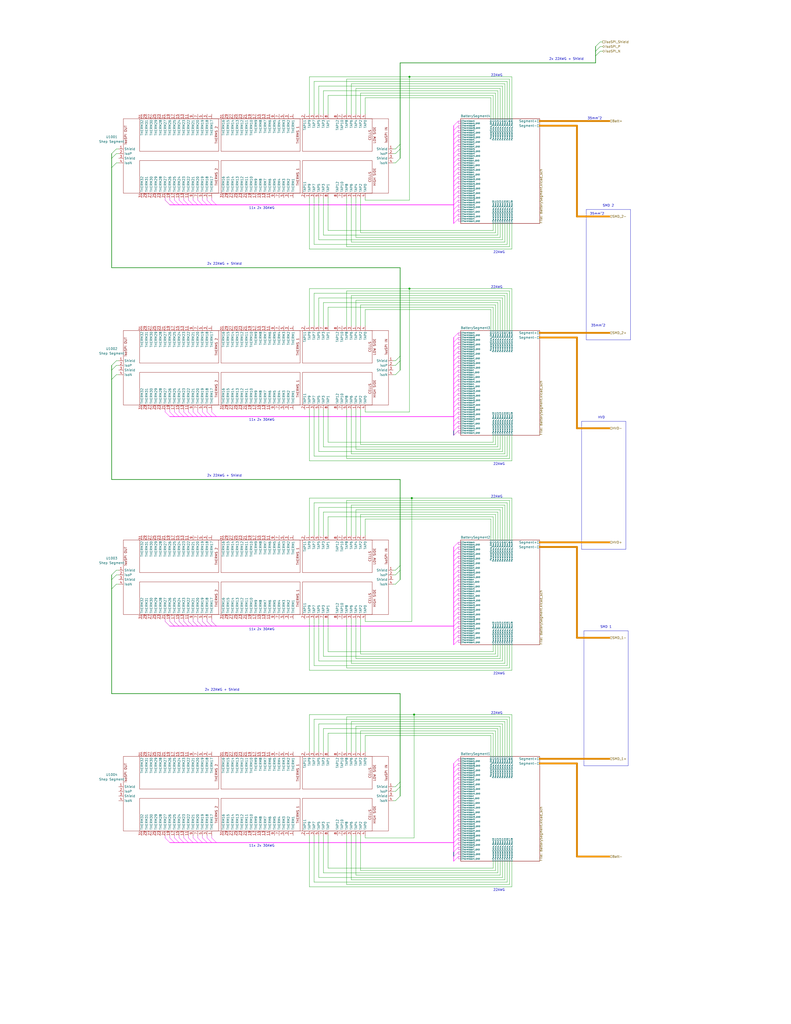
<source format=kicad_sch>
(kicad_sch (version 20230121) (generator eeschema)
  (paper "C" portrait)
  (title_block (title "Segment Layer") (date "2023-01-25") (rev "2") (company "Northeastern Electric Racing") (comment 1 "https://github.com/Northeastern-Electric-Racing/NER") (comment 2 "For authors and other info, contact Chief Electrical Engineer"))
  (junction (at 224.79 271.78))
  (junction (at 223.52 157.48))
  (junction (at 226.06 389.89))
  (junction (at 223.52 41.91))
  (bus_entry (at 250.19 119.38) (size -2.54 2.54) (stroke (width 0) (color 255 0 255 1)))
  (bus_entry (at 250.19 328.93) (size -2.54 2.54) (stroke (width 0) (color 255 0 255 1)))
  (bus_entry (at 90.17 339.09) (size 2.54 2.54) (stroke (width 0) (color 194 0 194 1)))
  (bus_entry (at 90.17 224.79) (size 2.54 2.54) (stroke (width 0) (color 255 0 255 1)))
  (bus_entry (at 250.19 457.2) (size -2.54 2.54) (stroke (width 0) (color 255 0 255 1)))
  (bus_entry (at 110.49 224.79) (size 2.54 2.54) (stroke (width 0) (color 255 0 255 1)))
  (bus_entry (at 102.87 457.2) (size 2.54 2.54) (stroke (width 0) (color 255 0 255 1)))
  (bus_entry (at 250.19 308.61) (size -2.54 2.54) (stroke (width 0) (color 255 0 255 1)))
  (bus_entry (at 218.44 308.61) (size -2.54 2.54) (stroke (width 0) (color 0 132 0 1)))
  (bus_entry (at 102.87 109.22) (size 2.54 2.54) (stroke (width 0) (color 255 0 255 1)))
  (bus_entry (at 250.19 421.64) (size -2.54 2.54) (stroke (width 0) (color 255 0 255 1)))
  (bus_entry (at 113.03 224.79) (size 2.54 2.54) (stroke (width 0) (color 255 0 255 1)))
  (bus_entry (at 250.19 96.52) (size -2.54 2.54) (stroke (width 0) (color 255 0 255 1)))
  (bus_entry (at 250.19 298.45) (size -2.54 2.54) (stroke (width 0) (color 255 0 255 1)))
  (bus_entry (at 113.03 109.22) (size 2.54 2.54) (stroke (width 0) (color 255 0 255 1)))
  (bus_entry (at 110.49 339.09) (size 2.54 2.54) (stroke (width 0) (color 194 0 194 1)))
  (bus_entry (at 250.19 326.39) (size -2.54 2.54) (stroke (width 0) (color 255 0 255 1)))
  (bus_entry (at 92.71 339.09) (size 2.54 2.54) (stroke (width 0) (color 194 0 194 1)))
  (bus_entry (at 250.19 224.79) (size -2.54 2.54) (stroke (width 0) (color 255 0 255 1)))
  (bus_entry (at 250.19 209.55) (size -2.54 2.54) (stroke (width 0) (color 255 0 255 1)))
  (bus_entry (at 115.57 224.79) (size 2.54 2.54) (stroke (width 0) (color 255 0 255 1)))
  (bus_entry (at 113.03 457.2) (size 2.54 2.54) (stroke (width 0) (color 255 0 255 1)))
  (bus_entry (at 327.66 27.94) (size -2.54 2.54) (stroke (width 0) (color 0 132 0 1)))
  (bus_entry (at 250.19 83.82) (size -2.54 2.54) (stroke (width 0) (color 255 0 255 1)))
  (bus_entry (at 250.19 321.31) (size -2.54 2.54) (stroke (width 0) (color 255 0 255 1)))
  (bus_entry (at 92.71 224.79) (size 2.54 2.54) (stroke (width 0) (color 255 0 255 1)))
  (bus_entry (at 60.96 207.01) (size 2.54 -2.54) (stroke (width 0) (color 0 132 0 1)))
  (bus_entry (at 250.19 439.42) (size -2.54 2.54) (stroke (width 0) (color 255 0 255 1)))
  (bus_entry (at 97.79 224.79) (size 2.54 2.54) (stroke (width 0) (color 255 0 255 1)))
  (bus_entry (at 110.49 457.2) (size 2.54 2.54) (stroke (width 0) (color 255 0 255 1)))
  (bus_entry (at 250.19 334.01) (size -2.54 2.54) (stroke (width 0) (color 255 0 255 1)))
  (bus_entry (at 250.19 349.25) (size -2.54 2.54) (stroke (width 0) (color 255 0 255 1)))
  (bus_entry (at 218.44 429.26) (size -2.54 2.54) (stroke (width 0) (color 0 132 0 1)))
  (bus_entry (at 250.19 295.91) (size -2.54 2.54) (stroke (width 0) (color 255 0 255 1)))
  (bus_entry (at 100.33 457.2) (size 2.54 2.54) (stroke (width 0) (color 255 0 255 1)))
  (bus_entry (at 105.41 339.09) (size 2.54 2.54) (stroke (width 0) (color 194 0 194 1)))
  (bus_entry (at 250.19 419.1) (size -2.54 2.54) (stroke (width 0) (color 255 0 255 1)))
  (bus_entry (at 60.96 316.23) (size 2.54 -2.54) (stroke (width 0) (color 0 132 0 1)))
  (bus_entry (at 218.44 434.34) (size -2.54 2.54) (stroke (width 0) (color 0 132 0 1)))
  (bus_entry (at 250.19 311.15) (size -2.54 2.54) (stroke (width 0) (color 255 0 255 1)))
  (bus_entry (at 250.19 416.56) (size -2.54 2.54) (stroke (width 0) (color 255 0 255 1)))
  (bus_entry (at 250.19 414.02) (size -2.54 2.54) (stroke (width 0) (color 255 0 255 1)))
  (bus_entry (at 100.33 339.09) (size 2.54 2.54) (stroke (width 0) (color 194 0 194 1)))
  (bus_entry (at 218.44 86.36) (size -2.54 2.54) (stroke (width 0) (color 0 132 0 1)))
  (bus_entry (at 250.19 449.58) (size -2.54 2.54) (stroke (width 0) (color 255 0 255 1)))
  (bus_entry (at 92.71 109.22) (size 2.54 2.54) (stroke (width 0) (color 255 0 255 1)))
  (bus_entry (at 250.19 431.8) (size -2.54 2.54) (stroke (width 0) (color 255 0 255 1)))
  (bus_entry (at 60.96 199.39) (size 2.54 -2.54) (stroke (width 0) (color 0 132 0 1)))
  (bus_entry (at 250.19 99.06) (size -2.54 2.54) (stroke (width 0) (color 255 0 255 1)))
  (bus_entry (at 107.95 109.22) (size 2.54 2.54) (stroke (width 0) (color 255 0 255 1)))
  (bus_entry (at 105.41 224.79) (size 2.54 2.54) (stroke (width 0) (color 255 0 255 1)))
  (bus_entry (at 250.19 114.3) (size -2.54 2.54) (stroke (width 0) (color 255 0 255 1)))
  (bus_entry (at 90.17 109.22) (size 2.54 2.54) (stroke (width 0) (color 194 0 194 1)))
  (bus_entry (at 250.19 201.93) (size -2.54 2.54) (stroke (width 0) (color 255 0 255 1)))
  (bus_entry (at 250.19 222.25) (size -2.54 2.54) (stroke (width 0) (color 255 0 255 1)))
  (bus_entry (at 250.19 219.71) (size -2.54 2.54) (stroke (width 0) (color 255 0 255 1)))
  (bus_entry (at 250.19 429.26) (size -2.54 2.54) (stroke (width 0) (color 255 0 255 1)))
  (bus_entry (at 250.19 212.09) (size -2.54 2.54) (stroke (width 0) (color 255 0 255 1)))
  (bus_entry (at 218.44 426.72) (size -2.54 2.54) (stroke (width 0) (color 0 132 0 1)))
  (bus_entry (at 250.19 101.6) (size -2.54 2.54) (stroke (width 0) (color 255 0 255 1)))
  (bus_entry (at 250.19 93.98) (size -2.54 2.54) (stroke (width 0) (color 255 0 255 1)))
  (bus_entry (at 218.44 316.23) (size -2.54 2.54) (stroke (width 0) (color 0 132 0 1)))
  (bus_entry (at 250.19 346.71) (size -2.54 2.54) (stroke (width 0) (color 255 0 255 1)))
  (bus_entry (at 250.19 436.88) (size -2.54 2.54) (stroke (width 0) (color 255 0 255 1)))
  (bus_entry (at 250.19 318.77) (size -2.54 2.54) (stroke (width 0) (color 255 0 255 1)))
  (bus_entry (at 250.19 191.77) (size -2.54 2.54) (stroke (width 0) (color 255 0 255 1)))
  (bus_entry (at 100.33 109.22) (size 2.54 2.54) (stroke (width 0) (color 255 0 255 1)))
  (bus_entry (at 250.19 217.17) (size -2.54 2.54) (stroke (width 0) (color 255 0 255 1)))
  (bus_entry (at 250.19 229.87) (size -2.54 2.54) (stroke (width 0) (color 255 0 255 1)))
  (bus_entry (at 250.19 214.63) (size -2.54 2.54) (stroke (width 0) (color 255 0 255 1)))
  (bus_entry (at 250.19 306.07) (size -2.54 2.54) (stroke (width 0) (color 255 0 255 1)))
  (bus_entry (at 250.19 81.28) (size -2.54 2.54) (stroke (width 0) (color 255 0 255 1)))
  (bus_entry (at 250.19 341.63) (size -2.54 2.54) (stroke (width 0) (color 255 0 255 1)))
  (bus_entry (at 250.19 344.17) (size -2.54 2.54) (stroke (width 0) (color 255 0 255 1)))
  (bus_entry (at 102.87 339.09) (size 2.54 2.54) (stroke (width 0) (color 194 0 194 1)))
  (bus_entry (at 250.19 104.14) (size -2.54 2.54) (stroke (width 0) (color 255 0 255 1)))
  (bus_entry (at 250.19 323.85) (size -2.54 2.54) (stroke (width 0) (color 255 0 255 1)))
  (bus_entry (at 250.19 232.41) (size -2.54 2.54) (stroke (width 0) (color 255 0 255 1)))
  (bus_entry (at 60.96 91.44) (size 2.54 -2.54) (stroke (width 0) (color 0 132 0 1)))
  (bus_entry (at 60.96 313.69) (size 2.54 -2.54) (stroke (width 0) (color 0 132 0 1)))
  (bus_entry (at 97.79 457.2) (size 2.54 2.54) (stroke (width 0) (color 255 0 255 1)))
  (bus_entry (at 250.19 331.47) (size -2.54 2.54) (stroke (width 0) (color 255 0 255 1)))
  (bus_entry (at 97.79 339.09) (size 2.54 2.54) (stroke (width 0) (color 194 0 194 1)))
  (bus_entry (at 250.19 189.23) (size -2.54 2.54) (stroke (width 0) (color 255 0 255 1)))
  (bus_entry (at 100.33 224.79) (size 2.54 2.54) (stroke (width 0) (color 255 0 255 1)))
  (bus_entry (at 107.95 457.2) (size 2.54 2.54) (stroke (width 0) (color 255 0 255 1)))
  (bus_entry (at 250.19 459.74) (size -2.54 2.54) (stroke (width 0) (color 255 0 255 1)))
  (bus_entry (at 250.19 66.04) (size -2.54 2.54) (stroke (width 0) (color 255 0 255 1)))
  (bus_entry (at 95.25 109.22) (size 2.54 2.54) (stroke (width 0) (color 255 0 255 1)))
  (bus_entry (at 250.19 462.28) (size -2.54 2.54) (stroke (width 0) (color 255 0 255 1)))
  (bus_entry (at 250.19 109.22) (size -2.54 2.54) (stroke (width 0) (color 255 0 255 1)))
  (bus_entry (at 115.57 457.2) (size 2.54 2.54) (stroke (width 0) (color 255 0 255 1)))
  (bus_entry (at 250.19 207.01) (size -2.54 2.54) (stroke (width 0) (color 255 0 255 1)))
  (bus_entry (at 250.19 434.34) (size -2.54 2.54) (stroke (width 0) (color 255 0 255 1)))
  (bus_entry (at 60.96 321.31) (size 2.54 -2.54) (stroke (width 0) (color 0 132 0 1)))
  (bus_entry (at 250.19 68.58) (size -2.54 2.54) (stroke (width 0) (color 255 0 255 1)))
  (bus_entry (at 250.19 186.69) (size -2.54 2.54) (stroke (width 0) (color 255 0 255 1)))
  (bus_entry (at 250.19 424.18) (size -2.54 2.54) (stroke (width 0) (color 255 0 255 1)))
  (bus_entry (at 250.19 106.68) (size -2.54 2.54) (stroke (width 0) (color 255 0 255 1)))
  (bus_entry (at 250.19 71.12) (size -2.54 2.54) (stroke (width 0) (color 255 0 255 1)))
  (bus_entry (at 110.49 109.22) (size 2.54 2.54) (stroke (width 0) (color 255 0 255 1)))
  (bus_entry (at 218.44 81.28) (size -2.54 2.54) (stroke (width 0) (color 0 132 0 1)))
  (bus_entry (at 105.41 457.2) (size 2.54 2.54) (stroke (width 0) (color 255 0 255 1)))
  (bus_entry (at 218.44 194.31) (size -2.54 2.54) (stroke (width 0) (color 0 132 0 1)))
  (bus_entry (at 218.44 78.74) (size -2.54 2.54) (stroke (width 0) (color 0 132 0 1)))
  (bus_entry (at 90.17 457.2) (size 2.54 2.54) (stroke (width 0) (color 255 0 255 1)))
  (bus_entry (at 107.95 224.79) (size 2.54 2.54) (stroke (width 0) (color 255 0 255 1)))
  (bus_entry (at 250.19 91.44) (size -2.54 2.54) (stroke (width 0) (color 255 0 255 1)))
  (bus_entry (at 250.19 73.66) (size -2.54 2.54) (stroke (width 0) (color 255 0 255 1)))
  (bus_entry (at 250.19 194.31) (size -2.54 2.54) (stroke (width 0) (color 255 0 255 1)))
  (bus_entry (at 250.19 204.47) (size -2.54 2.54) (stroke (width 0) (color 255 0 255 1)))
  (bus_entry (at 97.79 109.22) (size 2.54 2.54) (stroke (width 0) (color 255 0 255 1)))
  (bus_entry (at 105.41 109.22) (size 2.54 2.54) (stroke (width 0) (color 255 0 255 1)))
  (bus_entry (at 250.19 111.76) (size -2.54 2.54) (stroke (width 0) (color 255 0 255 1)))
  (bus_entry (at 115.57 339.09) (size 2.54 2.54) (stroke (width 0) (color 194 0 194 1)))
  (bus_entry (at 250.19 467.36) (size -2.54 2.54) (stroke (width 0) (color 255 0 255 1)))
  (bus_entry (at 250.19 447.04) (size -2.54 2.54) (stroke (width 0) (color 255 0 255 1)))
  (bus_entry (at 218.44 201.93) (size -2.54 2.54) (stroke (width 0) (color 0 132 0 1)))
  (bus_entry (at 115.57 109.22) (size 2.54 2.54) (stroke (width 0) (color 255 0 255 1)))
  (bus_entry (at 250.19 76.2) (size -2.54 2.54) (stroke (width 0) (color 255 0 255 1)))
  (bus_entry (at 250.19 78.74) (size -2.54 2.54) (stroke (width 0) (color 255 0 255 1)))
  (bus_entry (at 250.19 196.85) (size -2.54 2.54) (stroke (width 0) (color 255 0 255 1)))
  (bus_entry (at 250.19 88.9) (size -2.54 2.54) (stroke (width 0) (color 255 0 255 1)))
  (bus_entry (at 95.25 224.79) (size 2.54 2.54) (stroke (width 0) (color 255 0 255 1)))
  (bus_entry (at 250.19 316.23) (size -2.54 2.54) (stroke (width 0) (color 255 0 255 1)))
  (bus_entry (at 60.96 86.36) (size 2.54 -2.54) (stroke (width 0) (color 0 132 0 1)))
  (bus_entry (at 250.19 227.33) (size -2.54 2.54) (stroke (width 0) (color 255 0 255 1)))
  (bus_entry (at 250.19 181.61) (size -2.54 2.54) (stroke (width 0) (color 255 0 255 1)))
  (bus_entry (at 250.19 426.72) (size -2.54 2.54) (stroke (width 0) (color 255 0 255 1)))
  (bus_entry (at 250.19 234.95) (size -2.54 2.54) (stroke (width 0) (color 194 0 194 1)))
  (bus_entry (at 250.19 339.09) (size -2.54 2.54) (stroke (width 0) (color 255 0 255 1)))
  (bus_entry (at 218.44 196.85) (size -2.54 2.54) (stroke (width 0) (color 0 132 0 1)))
  (bus_entry (at 107.95 339.09) (size 2.54 2.54) (stroke (width 0) (color 194 0 194 1)))
  (bus_entry (at 250.19 444.5) (size -2.54 2.54) (stroke (width 0) (color 255 0 255 1)))
  (bus_entry (at 95.25 457.2) (size 2.54 2.54) (stroke (width 0) (color 255 0 255 1)))
  (bus_entry (at 327.66 25.4) (size -2.54 2.54) (stroke (width 0) (color 0 132 0 1)))
  (bus_entry (at 250.19 300.99) (size -2.54 2.54) (stroke (width 0) (color 255 0 255 1)))
  (bus_entry (at 250.19 86.36) (size -2.54 2.54) (stroke (width 0) (color 255 0 255 1)))
  (bus_entry (at 250.19 336.55) (size -2.54 2.54) (stroke (width 0) (color 255 0 255 1)))
  (bus_entry (at 113.03 339.09) (size 2.54 2.54) (stroke (width 0) (color 194 0 194 1)))
  (bus_entry (at 250.19 184.15) (size -2.54 2.54) (stroke (width 0) (color 255 0 255 1)))
  (bus_entry (at 250.19 452.12) (size -2.54 2.54) (stroke (width 0) (color 255 0 255 1)))
  (bus_entry (at 327.66 22.86) (size -2.54 2.54) (stroke (width 0) (color 0 132 0 1)))
  (bus_entry (at 250.19 441.96) (size -2.54 2.54) (stroke (width 0) (color 255 0 255 1)))
  (bus_entry (at 60.96 83.82) (size 2.54 -2.54) (stroke (width 0) (color 0 132 0 1)))
  (bus_entry (at 250.19 313.69) (size -2.54 2.54) (stroke (width 0) (color 255 0 255 1)))
  (bus_entry (at 95.25 339.09) (size 2.54 2.54) (stroke (width 0) (color 194 0 194 1)))
  (bus_entry (at 102.87 224.79) (size 2.54 2.54) (stroke (width 0) (color 255 0 255 1)))
  (bus_entry (at 92.71 457.2) (size 2.54 2.54) (stroke (width 0) (color 255 0 255 1)))
  (bus_entry (at 250.19 464.82) (size -2.54 2.54) (stroke (width 0) (color 255 0 255 1)))
  (bus_entry (at 250.19 199.39) (size -2.54 2.54) (stroke (width 0) (color 255 0 255 1)))
  (bus_entry (at 218.44 311.15) (size -2.54 2.54) (stroke (width 0) (color 0 132 0 1)))
  (bus_entry (at 60.96 201.93) (size 2.54 -2.54) (stroke (width 0) (color 0 132 0 1)))
  (bus_entry (at 250.19 303.53) (size -2.54 2.54) (stroke (width 0) (color 255 0 255 1)))
  (bus_entry (at 250.19 454.66) (size -2.54 2.54) (stroke (width 0) (color 255 0 255 1)))
  (bus_entry (at 250.19 116.84) (size -2.54 2.54) (stroke (width 0) (color 255 0 255 1)))
  (wire (pts (xy 251.46 100.33) (xy 250.19 100.33)) (stroke (width 0) (color 194 0 194 1)))
  (wire (pts (xy 250.19 208.28) (xy 250.19 207.01)) (stroke (width 0) (color 194 0 194 1)))
  (wire (pts (xy 250.19 189.23) (xy 251.46 189.23)) (stroke (width 0) (color 194 0 194 1)))
  (wire (pts (xy 269.24 64.77) (xy 269.24 52.07)))
  (wire (pts (xy 271.78 237.49) (xy 271.78 243.84)))
  (wire (pts (xy 314.96 347.98) (xy 332.74 347.98)) (stroke (width 1) (color 221 133 0 1)))
  (wire (pts (xy 173.99 360.68) (xy 274.32 360.68)))
  (bus (pts (xy 247.65 336.55) (xy 247.65 339.09)) (stroke (width 0) (color 255 0 255 1)))
  (wire (pts (xy 196.85 50.8) (xy 196.85 62.23)))
  (wire (pts (xy 279.4 157.48) (xy 279.4 180.34)))
  (wire (pts (xy 95.25 337.82) (xy 95.25 339.09)) (stroke (width 0) (color 194 0 194 1)))
  (wire (pts (xy 251.46 210.82) (xy 250.19 210.82)) (stroke (width 0) (color 194 0 194 1)))
  (wire (pts (xy 90.17 455.93) (xy 90.17 457.2)) (stroke (width 0) (color 194 0 194 1)))
  (wire (pts (xy 214.63 81.28) (xy 215.9 81.28)))
  (wire (pts (xy 251.46 335.28) (xy 250.19 335.28)) (stroke (width 0) (color 194 0 194 1)))
  (wire (pts (xy 250.19 332.74) (xy 250.19 331.47)) (stroke (width 0) (color 194 0 194 1)))
  (bus (pts (xy 247.65 321.31) (xy 247.65 323.85)) (stroke (width 0) (color 255 0 255 1)))
  (bus (pts (xy 218.44 146.05) (xy 218.44 194.31)) (stroke (width 0) (color 0 132 0 1)))
  (wire (pts (xy 250.19 184.15) (xy 251.46 184.15)) (stroke (width 0) (color 194 0 194 1)))
  (bus (pts (xy 218.44 78.74) (xy 218.44 34.29)) (stroke (width 0) (color 0 132 0 1)))
  (wire (pts (xy 269.24 294.64) (xy 269.24 281.94)))
  (wire (pts (xy 250.19 309.88) (xy 250.19 308.61)) (stroke (width 0) (color 194 0 194 1)))
  (wire (pts (xy 102.87 337.82) (xy 102.87 339.09)) (stroke (width 0) (color 194 0 194 1)))
  (wire (pts (xy 274.32 276.86) (xy 274.32 294.64)))
  (wire (pts (xy 250.19 334.01) (xy 251.46 334.01)) (stroke (width 0) (color 194 0 194 1)))
  (wire (pts (xy 214.63 204.47) (xy 215.9 204.47)))
  (wire (pts (xy 250.19 198.12) (xy 250.19 196.85)) (stroke (width 0) (color 194 0 194 1)))
  (wire (pts (xy 270.51 64.77) (xy 270.51 50.8)))
  (wire (pts (xy 278.13 250.19) (xy 189.23 250.19)))
  (wire (pts (xy 250.19 95.25) (xy 250.19 93.98)) (stroke (width 0) (color 194 0 194 1)))
  (wire (pts (xy 214.63 88.9) (xy 215.9 88.9)))
  (bus (pts (xy 247.65 81.28) (xy 247.65 83.82)) (stroke (width 0) (color 255 0 255 1)))
  (wire (pts (xy 251.46 208.28) (xy 250.19 208.28)) (stroke (width 0) (color 194 0 194 1)))
  (wire (pts (xy 250.19 102.87) (xy 250.19 101.6)) (stroke (width 0) (color 194 0 194 1)))
  (wire (pts (xy 196.85 242.57) (xy 196.85 223.52)))
  (wire (pts (xy 64.77 199.39) (xy 63.5 199.39)))
  (wire (pts (xy 278.13 237.49) (xy 278.13 250.19)))
  (wire (pts (xy 171.45 274.32) (xy 171.45 292.1)))
  (bus (pts (xy 247.65 229.87) (xy 247.65 232.41)) (stroke (width 0) (color 255 0 255 1)))
  (wire (pts (xy 276.86 274.32) (xy 171.45 274.32)))
  (wire (pts (xy 278.13 351.79) (xy 278.13 364.49)))
  (wire (pts (xy 250.19 435.61) (xy 250.19 434.34)) (stroke (width 0) (color 194 0 194 1)))
  (bus (pts (xy 218.44 201.93) (xy 218.44 196.85)) (stroke (width 0) (color 0 132 0 1)))
  (wire (pts (xy 171.45 133.35) (xy 171.45 107.95)))
  (wire (pts (xy 251.46 215.9) (xy 250.19 215.9)) (stroke (width 0) (color 194 0 194 1)))
  (bus (pts (xy 247.65 196.85) (xy 247.65 199.39)) (stroke (width 0) (color 255 0 255 1)))
  (bus (pts (xy 60.96 199.39) (xy 60.96 201.93)) (stroke (width 0) (color 0 132 0 1)))
  (polyline (pts (xy 341.63 229.87) (xy 341.63 299.72)))
  (wire (pts (xy 271.78 121.92) (xy 271.78 128.27)))
  (wire (pts (xy 273.05 351.79) (xy 273.05 359.41)))
  (wire (pts (xy 314.96 467.36) (xy 332.74 467.36)) (stroke (width 1) (color 221 133 0 1)))
  (wire (pts (xy 250.19 325.12) (xy 250.19 323.85)) (stroke (width 0) (color 194 0 194 1)))
  (wire (pts (xy 250.19 431.8) (xy 251.46 431.8)) (stroke (width 0) (color 194 0 194 1)))
  (wire (pts (xy 194.31 359.41) (xy 194.31 337.82)))
  (bus (pts (xy 218.44 261.62) (xy 60.96 261.62)) (stroke (width 0) (color 0 132 0 1)))
  (wire (pts (xy 199.39 168.91) (xy 199.39 177.8)))
  (wire (pts (xy 90.17 107.95) (xy 90.17 109.22)) (stroke (width 0) (color 194 0 194 1)))
  (wire (pts (xy 276.86 44.45) (xy 171.45 44.45)))
  (bus (pts (xy 115.57 111.76) (xy 118.11 111.76)) (stroke (width 0) (color 255 0 255 1)))
  (wire (pts (xy 176.53 49.53) (xy 176.53 62.23)))
  (bus (pts (xy 247.65 454.66) (xy 247.65 457.2)) (stroke (width 0) (color 255 0 255 1)))
  (wire (pts (xy 194.31 129.54) (xy 194.31 107.95)))
  (wire (pts (xy 250.19 457.2) (xy 251.46 457.2)) (stroke (width 0) (color 194 0 194 1)))
  (wire (pts (xy 250.19 313.69) (xy 251.46 313.69)) (stroke (width 0) (color 194 0 194 1)))
  (wire (pts (xy 250.19 439.42) (xy 251.46 439.42)) (stroke (width 0) (color 194 0 194 1)))
  (wire (pts (xy 250.19 425.45) (xy 250.19 424.18)) (stroke (width 0) (color 194 0 194 1)))
  (wire (pts (xy 64.77 204.47) (xy 63.5 204.47)))
  (wire (pts (xy 250.19 422.91) (xy 250.19 421.64)) (stroke (width 0) (color 194 0 194 1)))
  (wire (pts (xy 276.86 392.43) (xy 171.45 392.43)))
  (wire (pts (xy 173.99 276.86) (xy 274.32 276.86)))
  (bus (pts (xy 97.79 111.76) (xy 100.33 111.76)) (stroke (width 0) (color 255 0 255 1)))
  (bus (pts (xy 247.65 116.84) (xy 247.65 119.38)) (stroke (width 0) (color 255 0 255 1)))
  (wire (pts (xy 276.86 351.79) (xy 276.86 363.22)))
  (wire (pts (xy 269.24 180.34) (xy 269.24 167.64)))
  (wire (pts (xy 251.46 87.63) (xy 250.19 87.63)) (stroke (width 0) (color 194 0 194 1)))
  (polyline (pts (xy 317.5 229.87) (xy 341.63 229.87)))
  (wire (pts (xy 250.19 455.93) (xy 250.19 454.66)) (stroke (width 0) (color 194 0 194 1)))
  (wire (pts (xy 173.99 162.56) (xy 173.99 177.8)))
  (wire (pts (xy 250.19 226.06) (xy 250.19 224.79)) (stroke (width 0) (color 194 0 194 1)))
  (bus (pts (xy 107.95 111.76) (xy 110.49 111.76)) (stroke (width 0) (color 255 0 255 1)))
  (wire (pts (xy 314.96 416.56) (xy 314.96 467.36)) (stroke (width 1) (color 221 133 0 1)))
  (wire (pts (xy 250.19 212.09) (xy 251.46 212.09)) (stroke (width 0) (color 194 0 194 1)))
  (wire (pts (xy 189.23 177.8) (xy 189.23 158.75)))
  (bus (pts (xy 105.41 111.76) (xy 107.95 111.76)) (stroke (width 0) (color 255 0 255 1)))
  (wire (pts (xy 250.19 88.9) (xy 251.46 88.9)) (stroke (width 0) (color 194 0 194 1)))
  (wire (pts (xy 251.46 468.63) (xy 250.19 468.63)) (stroke (width 0) (color 194 0 194 1)))
  (wire (pts (xy 250.19 229.87) (xy 251.46 229.87)) (stroke (width 0) (color 194 0 194 1)))
  (wire (pts (xy 250.19 434.34) (xy 251.46 434.34)) (stroke (width 0) (color 194 0 194 1)))
  (wire (pts (xy 250.19 82.55) (xy 250.19 81.28)) (stroke (width 0) (color 194 0 194 1)))
  (wire (pts (xy 171.45 160.02) (xy 171.45 177.8)))
  (bus (pts (xy 247.65 419.1) (xy 247.65 421.64)) (stroke (width 0) (color 255 0 255 1)))
  (wire (pts (xy 251.46 317.5) (xy 250.19 317.5)) (stroke (width 0) (color 194 0 194 1)))
  (wire (pts (xy 189.23 292.1) (xy 189.23 273.05)))
  (wire (pts (xy 276.86 133.35) (xy 171.45 133.35)))
  (polyline (pts (xy 344.17 114.3) (xy 344.17 185.42)))
  (bus (pts (xy 113.03 341.63) (xy 115.57 341.63)) (stroke (width 0) (color 255 0 255 1)))
  (bus (pts (xy 218.44 86.36) (xy 218.44 81.28)) (stroke (width 0) (color 0 132 0 1)))
  (wire (pts (xy 250.19 97.79) (xy 250.19 96.52)) (stroke (width 0) (color 194 0 194 1)))
  (wire (pts (xy 250.19 119.38) (xy 251.46 119.38)) (stroke (width 0) (color 194 0 194 1)))
  (wire (pts (xy 176.53 397.51) (xy 176.53 410.21)))
  (wire (pts (xy 194.31 163.83) (xy 194.31 177.8)))
  (wire (pts (xy 173.99 394.97) (xy 274.32 394.97)))
  (wire (pts (xy 250.19 77.47) (xy 250.19 76.2)) (stroke (width 0) (color 194 0 194 1)))
  (wire (pts (xy 276.86 294.64) (xy 276.86 274.32)))
  (bus (pts (xy 247.65 441.96) (xy 247.65 444.5)) (stroke (width 0) (color 255 0 255 1)))
  (wire (pts (xy 251.46 85.09) (xy 250.19 85.09)) (stroke (width 0) (color 194 0 194 1)))
  (wire (pts (xy 250.19 331.47) (xy 251.46 331.47)) (stroke (width 0) (color 194 0 194 1)))
  (wire (pts (xy 100.33 107.95) (xy 100.33 109.22)) (stroke (width 0) (color 194 0 194 1)))
  (wire (pts (xy 173.99 162.56) (xy 274.32 162.56)))
  (wire (pts (xy 251.46 302.26) (xy 250.19 302.26)) (stroke (width 0) (color 194 0 194 1)))
  (wire (pts (xy 269.24 469.9) (xy 269.24 473.71)))
  (wire (pts (xy 250.19 445.77) (xy 250.19 444.5)) (stroke (width 0) (color 194 0 194 1)))
  (wire (pts (xy 250.19 66.04) (xy 251.46 66.04)) (stroke (width 0) (color 194 0 194 1)))
  (bus (pts (xy 247.65 459.74) (xy 247.65 462.28)) (stroke (width 0) (color 255 0 255 1)))
  (bus (pts (xy 325.12 27.94) (xy 325.12 30.48)) (stroke (width 0) (color 0 132 0 1)))
  (wire (pts (xy 97.79 455.93) (xy 97.79 457.2)) (stroke (width 0) (color 194 0 194 1)))
  (wire (pts (xy 274.32 478.79) (xy 274.32 469.9)))
  (wire (pts (xy 251.46 185.42) (xy 250.19 185.42)) (stroke (width 0) (color 194 0 194 1)))
  (wire (pts (xy 102.87 223.52) (xy 102.87 224.79)) (stroke (width 0) (color 194 0 194 1)))
  (wire (pts (xy 196.85 280.67) (xy 196.85 292.1)))
  (wire (pts (xy 250.19 186.69) (xy 251.46 186.69)) (stroke (width 0) (color 194 0 194 1)))
  (bus (pts (xy 247.65 334.01) (xy 247.65 336.55)) (stroke (width 0) (color 255 0 255 1)))
  (wire (pts (xy 250.19 327.66) (xy 250.19 326.39)) (stroke (width 0) (color 194 0 194 1)))
  (wire (pts (xy 275.59 161.29) (xy 275.59 180.34)))
  (wire (pts (xy 271.78 476.25) (xy 176.53 476.25)))
  (wire (pts (xy 199.39 401.32) (xy 199.39 410.21)))
  (wire (pts (xy 196.85 398.78) (xy 196.85 410.21)))
  (wire (pts (xy 276.86 481.33) (xy 171.45 481.33)))
  (bus (pts (xy 218.44 34.29) (xy 325.12 34.29)) (stroke (width 0) (color 0 132 0 1)))
  (wire (pts (xy 113.03 107.95) (xy 113.03 109.22)) (stroke (width 0) (color 194 0 194 1)))
  (wire (pts (xy 194.31 48.26) (xy 194.31 62.23)))
  (wire (pts (xy 251.46 453.39) (xy 250.19 453.39)) (stroke (width 0) (color 194 0 194 1)))
  (wire (pts (xy 191.77 62.23) (xy 191.77 45.72)))
  (bus (pts (xy 107.95 459.74) (xy 110.49 459.74)) (stroke (width 0) (color 255 0 255 1)))
  (wire (pts (xy 110.49 455.93) (xy 110.49 457.2)) (stroke (width 0) (color 194 0 194 1)))
  (wire (pts (xy 168.91 223.52) (xy 168.91 251.46)))
  (bus (pts (xy 113.03 227.33) (xy 115.57 227.33)) (stroke (width 0) (color 255 0 255 1)))
  (wire (pts (xy 251.46 228.6) (xy 250.19 228.6)) (stroke (width 0) (color 194 0 194 1)))
  (polyline (pts (xy 317.5 299.72) (xy 317.5 229.87)))
  (wire (pts (xy 250.19 438.15) (xy 250.19 436.88)) (stroke (width 0) (color 194 0 194 1)))
  (wire (pts (xy 273.05 48.26) (xy 194.31 48.26)))
  (bus (pts (xy 247.65 346.71) (xy 247.65 349.25)) (stroke (width 0) (color 255 0 255 1)))
  (wire (pts (xy 271.78 165.1) (xy 271.78 180.34)))
  (wire (pts (xy 278.13 273.05) (xy 189.23 273.05)))
  (wire (pts (xy 250.19 96.52) (xy 251.46 96.52)) (stroke (width 0) (color 194 0 194 1)))
  (wire (pts (xy 250.19 308.61) (xy 251.46 308.61)) (stroke (width 0) (color 194 0 194 1)))
  (wire (pts (xy 250.19 114.3) (xy 251.46 114.3)) (stroke (width 0) (color 194 0 194 1)))
  (wire (pts (xy 113.03 455.93) (xy 113.03 457.2)) (stroke (width 0) (color 194 0 194 1)))
  (wire (pts (xy 250.19 430.53) (xy 250.19 429.26)) (stroke (width 0) (color 194 0 194 1)))
  (wire (pts (xy 270.51 127) (xy 196.85 127)))
  (wire (pts (xy 105.41 337.82) (xy 105.41 339.09)) (stroke (width 0) (color 194 0 194 1)))
  (wire (pts (xy 250.19 204.47) (xy 251.46 204.47)) (stroke (width 0) (color 194 0 194 1)))
  (wire (pts (xy 269.24 52.07) (xy 179.07 52.07)))
  (wire (pts (xy 250.19 298.45) (xy 251.46 298.45)) (stroke (width 0) (color 194 0 194 1)))
  (wire (pts (xy 250.19 342.9) (xy 250.19 341.63)) (stroke (width 0) (color 194 0 194 1)))
  (wire (pts (xy 250.19 307.34) (xy 250.19 306.07)) (stroke (width 0) (color 194 0 194 1)))
  (wire (pts (xy 105.41 107.95) (xy 105.41 109.22)) (stroke (width 0) (color 194 0 194 1)))
  (wire (pts (xy 250.19 317.5) (xy 250.19 316.23)) (stroke (width 0) (color 194 0 194 1)))
  (wire (pts (xy 250.19 107.95) (xy 250.19 106.68)) (stroke (width 0) (color 194 0 194 1)))
  (wire (pts (xy 250.19 453.39) (xy 250.19 452.12)) (stroke (width 0) (color 194 0 194 1)))
  (bus (pts (xy 247.65 341.63) (xy 247.65 344.17)) (stroke (width 0) (color 255 0 255 1)))
  (wire (pts (xy 250.19 416.56) (xy 251.46 416.56)) (stroke (width 0) (color 194 0 194 1)))
  (wire (pts (xy 173.99 46.99) (xy 274.32 46.99)))
  (wire (pts (xy 251.46 314.96) (xy 250.19 314.96)) (stroke (width 0) (color 194 0 194 1)))
  (wire (pts (xy 278.13 121.92) (xy 278.13 134.62)))
  (wire (pts (xy 250.19 449.58) (xy 251.46 449.58)) (stroke (width 0) (color 194 0 194 1)))
  (wire (pts (xy 250.19 190.5) (xy 250.19 189.23)) (stroke (width 0) (color 194 0 194 1)))
  (wire (pts (xy 250.19 297.18) (xy 250.19 295.91)) (stroke (width 0) (color 194 0 194 1)))
  (wire (pts (xy 196.85 127) (xy 196.85 107.95)))
  (wire (pts (xy 251.46 107.95) (xy 250.19 107.95)) (stroke (width 0) (color 194 0 194 1)))
  (wire (pts (xy 250.19 426.72) (xy 251.46 426.72)) (stroke (width 0) (color 194 0 194 1)))
  (wire (pts (xy 250.19 85.09) (xy 250.19 83.82)) (stroke (width 0) (color 194 0 194 1)))
  (wire (pts (xy 251.46 200.66) (xy 250.19 200.66)) (stroke (width 0) (color 194 0 194 1)))
  (wire (pts (xy 223.52 224.79) (xy 199.39 224.79)))
  (wire (pts (xy 92.71 337.82) (xy 92.71 339.09)) (stroke (width 0) (color 194 0 194 1)))
  (wire (pts (xy 250.19 417.83) (xy 250.19 416.56)) (stroke (width 0) (color 194 0 194 1)))
  (bus (pts (xy 218.44 81.28) (xy 218.44 78.74)) (stroke (width 0) (color 0 132 0 1)))
  (polyline (pts (xy 344.17 185.42) (xy 320.04 185.42)))
  (bus (pts (xy 247.65 83.82) (xy 247.65 86.36)) (stroke (width 0) (color 255 0 255 1)))
  (wire (pts (xy 250.19 443.23) (xy 250.19 441.96)) (stroke (width 0) (color 194 0 194 1)))
  (wire (pts (xy 270.51 474.98) (xy 196.85 474.98)))
  (bus (pts (xy 247.65 452.12) (xy 247.65 454.66)) (stroke (width 0) (color 255 0 255 1)))
  (wire (pts (xy 274.32 360.68) (xy 274.32 351.79)))
  (wire (pts (xy 251.46 463.55) (xy 250.19 463.55)) (stroke (width 0) (color 194 0 194 1)))
  (wire (pts (xy 179.07 473.71) (xy 179.07 455.93)))
  (wire (pts (xy 269.24 241.3) (xy 179.07 241.3)))
  (wire (pts (xy 275.59 393.7) (xy 275.59 412.75)))
  (wire (pts (xy 269.24 355.6) (xy 179.07 355.6)))
  (bus (pts (xy 247.65 464.82) (xy 247.65 467.36)))
  (wire (pts (xy 110.49 223.52) (xy 110.49 224.79)) (stroke (width 0) (color 194 0 194 1)))
  (wire (pts (xy 250.19 448.31) (xy 250.19 447.04)) (stroke (width 0) (color 194 0 194 1)))
  (wire (pts (xy 269.24 412.75) (xy 269.24 400.05)))
  (wire (pts (xy 250.19 81.28) (xy 251.46 81.28)) (stroke (width 0) (color 194 0 194 1)))
  (wire (pts (xy 251.46 190.5) (xy 250.19 190.5)) (stroke (width 0) (color 194 0 194 1)))
  (wire (pts (xy 273.05 237.49) (xy 273.05 245.11)))
  (wire (pts (xy 191.77 161.29) (xy 275.59 161.29)))
  (wire (pts (xy 275.59 132.08) (xy 275.59 121.92)))
  (wire (pts (xy 273.05 477.52) (xy 194.31 477.52)))
  (wire (pts (xy 250.19 318.77) (xy 251.46 318.77)) (stroke (width 0) (color 194 0 194 1)))
  (bus (pts (xy 60.96 201.93) (xy 60.96 207.01)) (stroke (width 0) (color 0 132 0 1)))
  (bus (pts (xy 97.79 341.63) (xy 100.33 341.63)) (stroke (width 0) (color 255 0 255 1)))
  (wire (pts (xy 250.19 101.6) (xy 251.46 101.6)) (stroke (width 0) (color 194 0 194 1)))
  (wire (pts (xy 278.13 134.62) (xy 189.23 134.62)))
  (wire (pts (xy 269.24 125.73) (xy 179.07 125.73)))
  (wire (pts (xy 179.07 125.73) (xy 179.07 107.95)))
  (wire (pts (xy 168.91 483.87) (xy 279.4 483.87)))
  (wire (pts (xy 250.19 224.79) (xy 251.46 224.79)) (stroke (width 0) (color 194 0 194 1)))
  (wire (pts (xy 251.46 350.52) (xy 250.19 350.52)) (stroke (width 0) (color 194 0 194 1)))
  (wire (pts (xy 250.19 328.93) (xy 251.46 328.93)) (stroke (width 0) (color 194 0 194 1)))
  (polyline (pts (xy 320.04 185.42) (xy 320.04 114.3)))
  (bus (pts (xy 247.65 224.79) (xy 247.65 227.33)) (stroke (width 0) (color 255 0 255 1)))
  (wire (pts (xy 95.25 455.93) (xy 95.25 457.2)) (stroke (width 0) (color 194 0 194 1)))
  (wire (pts (xy 191.77 337.82) (xy 191.77 361.95)))
  (wire (pts (xy 226.06 389.89) (xy 279.4 389.89)))
  (wire (pts (xy 327.66 27.94) (xy 328.93 27.94)))
  (wire (pts (xy 191.77 480.06) (xy 275.59 480.06)))
  (bus (pts (xy 247.65 73.66) (xy 247.65 76.2)) (stroke (width 0) (color 255 0 255 1)))
  (wire (pts (xy 314.96 298.45) (xy 314.96 347.98)) (stroke (width 1) (color 221 133 0 1)))
  (wire (pts (xy 224.79 339.09) (xy 199.39 339.09)))
  (wire (pts (xy 250.19 100.33) (xy 250.19 99.06)) (stroke (width 0) (color 194 0 194 1)))
  (wire (pts (xy 250.19 427.99) (xy 250.19 426.72)) (stroke (width 0) (color 194 0 194 1)))
  (wire (pts (xy 251.46 97.79) (xy 250.19 97.79)) (stroke (width 0) (color 194 0 194 1)))
  (wire (pts (xy 105.41 455.93) (xy 105.41 457.2)) (stroke (width 0) (color 194 0 194 1)))
  (wire (pts (xy 168.91 389.89) (xy 226.06 389.89)))
  (wire (pts (xy 250.19 440.69) (xy 250.19 439.42)) (stroke (width 0) (color 194 0 194 1)))
  (bus (pts (xy 247.65 204.47) (xy 247.65 207.01)) (stroke (width 0) (color 255 0 255 1)))
  (wire (pts (xy 250.19 67.31) (xy 250.19 66.04)) (stroke (width 0) (color 194 0 194 1)))
  (wire (pts (xy 250.19 336.55) (xy 251.46 336.55)) (stroke (width 0) (color 194 0 194 1)))
  (bus (pts (xy 218.44 311.15) (xy 218.44 308.61)) (stroke (width 0) (color 0 132 0 1)))
  (wire (pts (xy 270.51 351.79) (xy 270.51 356.87)))
  (wire (pts (xy 251.46 223.52) (xy 250.19 223.52)) (stroke (width 0) (color 194 0 194 1)))
  (wire (pts (xy 270.51 121.92) (xy 270.51 127)))
  (polyline (pts (xy 317.5 299.72) (xy 341.63 299.72)))
  (wire (pts (xy 176.53 476.25) (xy 176.53 455.93)))
  (wire (pts (xy 176.53 165.1) (xy 176.53 177.8)))
  (wire (pts (xy 250.19 459.74) (xy 251.46 459.74)) (stroke (width 0) (color 194 0 194 1)))
  (wire (pts (xy 273.05 469.9) (xy 273.05 477.52)))
  (bus (pts (xy 247.65 467.36) (xy 247.65 469.9)) (stroke (width 0) (color 255 0 255 1)))
  (bus (pts (xy 110.49 341.63) (xy 113.03 341.63)) (stroke (width 0) (color 255 0 255 1)))
  (wire (pts (xy 250.19 458.47) (xy 250.19 457.2)) (stroke (width 0) (color 194 0 194 1)))
  (wire (pts (xy 276.86 64.77) (xy 276.86 44.45)))
  (bus (pts (xy 247.65 111.76) (xy 247.65 114.3)) (stroke (width 0) (color 255 0 255 1)))
  (bus (pts (xy 218.44 434.34) (xy 218.44 429.26)) (stroke (width 0) (color 0 132 0 1)))
  (wire (pts (xy 223.52 109.22) (xy 199.39 109.22)))
  (bus (pts (xy 247.65 424.18) (xy 247.65 426.72)) (stroke (width 0) (color 255 0 255 1)))
  (wire (pts (xy 251.46 193.04) (xy 250.19 193.04)) (stroke (width 0) (color 194 0 194 1)))
  (wire (pts (xy 250.19 420.37) (xy 250.19 419.1)) (stroke (width 0) (color 194 0 194 1)))
  (bus (pts (xy 247.65 91.44) (xy 247.65 93.98)) (stroke (width 0) (color 255 0 255 1)))
  (wire (pts (xy 250.19 231.14) (xy 250.19 229.87)) (stroke (width 0) (color 194 0 194 1)))
  (wire (pts (xy 250.19 429.26) (xy 251.46 429.26)) (stroke (width 0) (color 194 0 194 1)))
  (wire (pts (xy 189.23 250.19) (xy 189.23 223.52)))
  (bus (pts (xy 218.44 261.62) (xy 218.44 308.61)) (stroke (width 0) (color 0 132 0 1)))
  (wire (pts (xy 270.51 166.37) (xy 196.85 166.37)))
  (wire (pts (xy 168.91 251.46) (xy 279.4 251.46)))
  (wire (pts (xy 251.46 342.9) (xy 250.19 342.9)) (stroke (width 0) (color 194 0 194 1)))
  (wire (pts (xy 275.59 480.06) (xy 275.59 469.9)))
  (wire (pts (xy 251.46 198.12) (xy 250.19 198.12)) (stroke (width 0) (color 194 0 194 1)))
  (wire (pts (xy 97.79 223.52) (xy 97.79 224.79)) (stroke (width 0) (color 194 0 194 1)))
  (bus (pts (xy 247.65 234.95) (xy 247.65 237.49)))
  (bus (pts (xy 247.65 447.04) (xy 247.65 449.58)) (stroke (width 0) (color 255 0 255 1)))
  (wire (pts (xy 270.51 356.87) (xy 196.85 356.87)))
  (wire (pts (xy 294.64 66.04) (xy 332.74 66.04)) (stroke (width 1) (color 221 133 0 1)))
  (wire (pts (xy 250.19 91.44) (xy 251.46 91.44)) (stroke (width 0) (color 194 0 194 1)))
  (bus (pts (xy 247.65 96.52) (xy 247.65 99.06)) (stroke (width 0) (color 255 0 255 1)))
  (bus (pts (xy 95.25 227.33) (xy 97.79 227.33)) (stroke (width 0) (color 255 0 255 1)))
  (wire (pts (xy 250.19 323.85) (xy 251.46 323.85)) (stroke (width 0) (color 194 0 194 1)))
  (wire (pts (xy 276.86 180.34) (xy 276.86 160.02)))
  (wire (pts (xy 251.46 74.93) (xy 250.19 74.93)) (stroke (width 0) (color 194 0 194 1)))
  (wire (pts (xy 250.19 450.85) (xy 250.19 449.58)) (stroke (width 0) (color 194 0 194 1)))
  (wire (pts (xy 64.77 318.77) (xy 63.5 318.77)))
  (wire (pts (xy 250.19 339.09) (xy 251.46 339.09)) (stroke (width 0) (color 194 0 194 1)))
  (wire (pts (xy 251.46 82.55) (xy 250.19 82.55)) (stroke (width 0) (color 194 0 194 1)))
  (wire (pts (xy 267.97 168.91) (xy 267.97 180.34)))
  (wire (pts (xy 275.59 275.59) (xy 275.59 294.64)))
  (wire (pts (xy 250.19 433.07) (xy 250.19 431.8)) (stroke (width 0) (color 194 0 194 1)))
  (wire (pts (xy 199.39 457.2) (xy 199.39 455.93)))
  (wire (pts (xy 269.24 121.92) (xy 269.24 125.73)))
  (wire (pts (xy 171.45 248.92) (xy 171.45 223.52)))
  (bus (pts (xy 247.65 194.31) (xy 247.65 196.85)) (stroke (width 0) (color 255 0 255 1)))
  (wire (pts (xy 250.19 72.39) (xy 250.19 71.12)) (stroke (width 0) (color 194 0 194 1)))
  (wire (pts (xy 250.19 199.39) (xy 251.46 199.39)) (stroke (width 0) (color 194 0 194 1)))
  (wire (pts (xy 92.71 455.93) (xy 92.71 457.2)) (stroke (width 0) (color 194 0 194 1)))
  (wire (pts (xy 179.07 281.94) (xy 179.07 292.1)))
  (bus (pts (xy 60.96 91.44) (xy 60.96 146.05)) (stroke (width 0) (color 0 132 0 1)))
  (wire (pts (xy 173.99 246.38) (xy 274.32 246.38)))
  (wire (pts (xy 279.4 135.89) (xy 279.4 121.92)))
  (bus (pts (xy 247.65 88.9) (xy 247.65 91.44)) (stroke (width 0) (color 255 0 255 1)))
  (wire (pts (xy 270.51 280.67) (xy 196.85 280.67)))
  (bus (pts (xy 102.87 459.74) (xy 105.41 459.74)) (stroke (width 0) (color 255 0 255 1)))
  (wire (pts (xy 251.46 113.03) (xy 250.19 113.03)) (stroke (width 0) (color 194 0 194 1)))
  (bus (pts (xy 247.65 323.85) (xy 247.65 326.39)) (stroke (width 0) (color 255 0 255 1)))
  (wire (pts (xy 173.99 46.99) (xy 173.99 62.23)))
  (bus (pts (xy 247.65 219.71) (xy 247.65 222.25)) (stroke (width 0) (color 255 0 255 1)))
  (wire (pts (xy 278.13 64.77) (xy 278.13 43.18)))
  (wire (pts (xy 270.51 50.8) (xy 196.85 50.8)))
  (wire (pts (xy 115.57 107.95) (xy 115.57 109.22)) (stroke (width 0) (color 194 0 194 1)))
  (wire (pts (xy 273.05 294.64) (xy 273.05 278.13)))
  (bus (pts (xy 247.65 212.09) (xy 247.65 214.63)) (stroke (width 0) (color 255 0 255 1)))
  (wire (pts (xy 191.77 45.72) (xy 275.59 45.72)))
  (wire (pts (xy 250.19 350.52) (xy 250.19 349.25)) (stroke (width 0) (color 194 0 194 1)))
  (wire (pts (xy 171.45 363.22) (xy 171.45 337.82)))
  (wire (pts (xy 251.46 438.15) (xy 250.19 438.15)) (stroke (width 0) (color 194 0 194 1)))
  (wire (pts (xy 179.07 241.3) (xy 179.07 223.52)))
  (bus (pts (xy 92.71 227.33) (xy 95.25 227.33)) (stroke (width 0) (color 255 0 255 1)))
  (bus (pts (xy 102.87 227.33) (xy 105.41 227.33)) (stroke (width 0) (color 255 0 255 1)))
  (wire (pts (xy 251.46 233.68) (xy 250.19 233.68)) (stroke (width 0) (color 194 0 194 1)))
  (wire (pts (xy 199.39 283.21) (xy 199.39 292.1)))
  (wire (pts (xy 97.79 337.82) (xy 97.79 339.09)) (stroke (width 0) (color 194 0 194 1)))
  (wire (pts (xy 191.77 247.65) (xy 275.59 247.65)))
  (polyline (pts (xy 342.9 344.17) (xy 342.9 417.83)))
  (wire (pts (xy 189.23 62.23) (xy 189.23 43.18)))
  (bus (pts (xy 247.65 426.72) (xy 247.65 429.26)) (stroke (width 0) (color 255 0 255 1)))
  (wire (pts (xy 251.46 458.47) (xy 250.19 458.47)) (stroke (width 0) (color 194 0 194 1)))
  (wire (pts (xy 176.53 128.27) (xy 176.53 107.95)))
  (wire (pts (xy 168.91 157.48) (xy 223.52 157.48)))
  (wire (pts (xy 251.46 466.09) (xy 250.19 466.09)) (stroke (width 0) (color 194 0 194 1)))
  (bus (pts (xy 60.96 86.36) (xy 60.96 91.44)) (stroke (width 0) (color 0 132 0 1)))
  (wire (pts (xy 251.46 435.61) (xy 250.19 435.61)) (stroke (width 0) (color 194 0 194 1)))
  (wire (pts (xy 250.19 468.63) (xy 250.19 467.36)) (stroke (width 0) (color 194 0 194 1)))
  (wire (pts (xy 92.71 223.52) (xy 92.71 224.79)) (stroke (width 0) (color 194 0 194 1)))
  (wire (pts (xy 269.24 167.64) (xy 179.07 167.64)))
  (wire (pts (xy 251.46 455.93) (xy 250.19 455.93)) (stroke (width 0) (color 194 0 194 1)))
  (wire (pts (xy 105.41 223.52) (xy 105.41 224.79)) (stroke (width 0) (color 194 0 194 1)))
  (bus (pts (xy 92.71 341.63) (xy 95.25 341.63)) (stroke (width 0) (color 255 0 255 1)))
  (wire (pts (xy 250.19 109.22) (xy 251.46 109.22)) (stroke (width 0) (color 194 0 194 1)))
  (wire (pts (xy 250.19 187.96) (xy 250.19 186.69)) (stroke (width 0) (color 194 0 194 1)))
  (wire (pts (xy 274.32 162.56) (xy 274.32 180.34)))
  (wire (pts (xy 107.95 455.93) (xy 107.95 457.2)) (stroke (width 0) (color 194 0 194 1)))
  (wire (pts (xy 171.45 481.33) (xy 171.45 455.93)))
  (wire (pts (xy 250.19 234.95) (xy 251.46 234.95)) (stroke (width 0) (color 194 0 194 1)))
  (wire (pts (xy 199.39 224.79) (xy 199.39 223.52)))
  (polyline (pts (xy 318.77 417.83) (xy 318.77 344.17)))
  (wire (pts (xy 250.19 424.18) (xy 251.46 424.18)) (stroke (width 0) (color 194 0 194 1)))
  (wire (pts (xy 271.78 469.9) (xy 271.78 476.25)))
  (wire (pts (xy 250.19 447.04) (xy 251.46 447.04)) (stroke (width 0) (color 194 0 194 1)))
  (wire (pts (xy 251.46 218.44) (xy 250.19 218.44)) (stroke (width 0) (color 194 0 194 1)))
  (wire (pts (xy 250.19 340.36) (xy 250.19 339.09)) (stroke (width 0) (color 194 0 194 1)))
  (wire (pts (xy 251.46 433.07) (xy 250.19 433.07)) (stroke (width 0) (color 194 0 194 1)))
  (wire (pts (xy 199.39 53.34) (xy 199.39 62.23)))
  (bus (pts (xy 247.65 184.15) (xy 247.65 186.69)) (stroke (width 0) (color 255 0 255 1)))
  (wire (pts (xy 251.46 420.37) (xy 250.19 420.37)) (stroke (width 0) (color 194 0 194 1)))
  (wire (pts (xy 278.13 412.75) (xy 278.13 391.16)))
  (bus (pts (xy 325.12 25.4) (xy 325.12 27.94)) (stroke (width 0) (color 0 132 0 1)))
  (wire (pts (xy 214.63 431.8) (xy 215.9 431.8)))
  (wire (pts (xy 251.46 231.14) (xy 250.19 231.14)) (stroke (width 0) (color 194 0 194 1)))
  (wire (pts (xy 64.77 83.82) (xy 63.5 83.82)))
  (bus (pts (xy 218.44 146.05) (xy 60.96 146.05)) (stroke (width 0) (color 0 132 0 1)))
  (wire (pts (xy 250.19 83.82) (xy 251.46 83.82)) (stroke (width 0) (color 194 0 194 1)))
  (wire (pts (xy 250.19 93.98) (xy 251.46 93.98)) (stroke (width 0) (color 194 0 194 1)))
  (wire (pts (xy 251.46 445.77) (xy 250.19 445.77)) (stroke (width 0) (color 194 0 194 1)))
  (wire (pts (xy 278.13 469.9) (xy 278.13 482.6)))
  (wire (pts (xy 327.66 25.4) (xy 328.93 25.4)))
  (bus (pts (xy 105.41 341.63) (xy 107.95 341.63)) (stroke (width 0) (color 255 0 255 1)))
  (bus (pts (xy 325.12 30.48) (xy 325.12 34.29)) (stroke (width 0) (color 0 132 0 1)))
  (wire (pts (xy 194.31 396.24) (xy 194.31 410.21)))
  (wire (pts (xy 314.96 68.58) (xy 294.64 68.58)) (stroke (width 1) (color 221 133 0 1)))
  (wire (pts (xy 214.63 429.26) (xy 215.9 429.26)))
  (wire (pts (xy 294.64 181.61) (xy 332.74 181.61)) (stroke (width 1) (color 221 133 0 1)))
  (wire (pts (xy 270.51 237.49) (xy 270.51 242.57)))
  (bus (pts (xy 218.44 429.26) (xy 218.44 426.72)) (stroke (width 0) (color 0 132 0 1)))
  (wire (pts (xy 273.05 359.41) (xy 194.31 359.41)))
  (wire (pts (xy 250.19 201.93) (xy 251.46 201.93)) (stroke (width 0) (color 194 0 194 1)))
  (bus (pts (xy 247.65 232.41) (xy 247.65 234.95)) (stroke (width 0) (color 255 0 255 1)))
  (wire (pts (xy 271.78 243.84) (xy 176.53 243.84)))
  (wire (pts (xy 171.45 392.43) (xy 171.45 410.21)))
  (wire (pts (xy 250.19 86.36) (xy 251.46 86.36)) (stroke (width 0) (color 194 0 194 1)))
  (wire (pts (xy 194.31 278.13) (xy 194.31 292.1)))
  (wire (pts (xy 250.19 316.23) (xy 251.46 316.23)) (stroke (width 0) (color 194 0 194 1)))
  (wire (pts (xy 251.46 72.39) (xy 250.19 72.39)) (stroke (width 0) (color 194 0 194 1)))
  (wire (pts (xy 251.46 440.69) (xy 250.19 440.69)) (stroke (width 0) (color 194 0 194 1)))
  (wire (pts (xy 251.46 187.96) (xy 250.19 187.96)) (stroke (width 0) (color 194 0 194 1)))
  (wire (pts (xy 250.19 80.01) (xy 250.19 78.74)) (stroke (width 0) (color 194 0 194 1)))
  (wire (pts (xy 251.46 461.01) (xy 250.19 461.01)) (stroke (width 0) (color 194 0 194 1)))
  (wire (pts (xy 251.46 69.85) (xy 250.19 69.85)) (stroke (width 0) (color 194 0 194 1)))
  (wire (pts (xy 179.07 355.6) (xy 179.07 337.82)))
  (wire (pts (xy 194.31 477.52) (xy 194.31 455.93)))
  (wire (pts (xy 223.52 157.48) (xy 223.52 224.79)))
  (wire (pts (xy 100.33 455.93) (xy 100.33 457.2)) (stroke (width 0) (color 194 0 194 1)))
  (bus (pts (xy 247.65 214.63) (xy 247.65 217.17)) (stroke (width 0) (color 255 0 255 1)))
  (wire (pts (xy 269.24 281.94) (xy 179.07 281.94)))
  (bus (pts (xy 95.25 459.74) (xy 97.79 459.74)) (stroke (width 0) (color 255 0 255 1)))
  (wire (pts (xy 251.46 304.8) (xy 250.19 304.8)) (stroke (width 0) (color 194 0 194 1)))
  (wire (pts (xy 250.19 303.53) (xy 251.46 303.53)) (stroke (width 0) (color 194 0 194 1)))
  (wire (pts (xy 199.39 109.22) (xy 199.39 107.95)))
  (wire (pts (xy 92.71 107.95) (xy 92.71 109.22)) (stroke (width 0) (color 194 0 194 1)))
  (wire (pts (xy 250.19 209.55) (xy 251.46 209.55)) (stroke (width 0) (color 194 0 194 1)))
  (wire (pts (xy 191.77 177.8) (xy 191.77 161.29)))
  (bus (pts (xy 247.65 106.68) (xy 247.65 109.22)) (stroke (width 0) (color 255 0 255 1)))
  (wire (pts (xy 250.19 215.9) (xy 250.19 214.63)) (stroke (width 0) (color 194 0 194 1)))
  (bus (pts (xy 247.65 86.36) (xy 247.65 88.9)) (stroke (width 0) (color 255 0 255 1)))
  (wire (pts (xy 113.03 223.52) (xy 113.03 224.79)) (stroke (width 0) (color 194 0 194 1)))
  (wire (pts (xy 250.19 191.77) (xy 251.46 191.77)) (stroke (width 0) (color 194 0 194 1)))
  (wire (pts (xy 176.53 397.51) (xy 271.78 397.51)))
  (wire (pts (xy 251.46 203.2) (xy 250.19 203.2)) (stroke (width 0) (color 194 0 194 1)))
  (wire (pts (xy 107.95 223.52) (xy 107.95 224.79)) (stroke (width 0) (color 194 0 194 1)))
  (wire (pts (xy 250.19 116.84) (xy 251.46 116.84)) (stroke (width 0) (color 194 0 194 1)))
  (bus (pts (xy 118.11 111.76) (xy 247.65 111.76)) (stroke (width 0) (color 255 0 255 1)))
  (wire (pts (xy 168.91 271.78) (xy 224.79 271.78)))
  (wire (pts (xy 199.39 401.32) (xy 267.97 401.32)))
  (bus (pts (xy 107.95 341.63) (xy 110.49 341.63)) (stroke (width 0) (color 255 0 255 1)))
  (wire (pts (xy 269.24 473.71) (xy 179.07 473.71)))
  (wire (pts (xy 100.33 223.52) (xy 100.33 224.79)) (stroke (width 0) (color 194 0 194 1)))
  (bus (pts (xy 247.65 71.12) (xy 247.65 73.66)) (stroke (width 0) (color 255 0 255 1)))
  (wire (pts (xy 250.19 223.52) (xy 250.19 222.25)) (stroke (width 0) (color 194 0 194 1)))
  (wire (pts (xy 250.19 106.68) (xy 251.46 106.68)) (stroke (width 0) (color 194 0 194 1)))
  (bus (pts (xy 247.65 227.33) (xy 247.65 229.87)) (stroke (width 0) (color 255 0 255 1)))
  (bus (pts (xy 247.65 344.17) (xy 247.65 346.71)) (stroke (width 0) (color 255 0 255 1)))
  (wire (pts (xy 250.19 464.82) (xy 251.46 464.82)) (stroke (width 0) (color 194 0 194 1)))
  (wire (pts (xy 278.13 43.18) (xy 189.23 43.18)))
  (wire (pts (xy 168.91 271.78) (xy 168.91 292.1)))
  (bus (pts (xy 247.65 201.93) (xy 247.65 204.47)) (stroke (width 0) (color 255 0 255 1)))
  (wire (pts (xy 250.19 306.07) (xy 251.46 306.07)) (stroke (width 0) (color 194 0 194 1)))
  (wire (pts (xy 271.78 128.27) (xy 176.53 128.27)))
  (bus (pts (xy 92.71 459.74) (xy 95.25 459.74)) (stroke (width 0) (color 255 0 255 1)))
  (wire (pts (xy 251.46 226.06) (xy 250.19 226.06)) (stroke (width 0) (color 194 0 194 1)))
  (wire (pts (xy 250.19 236.22) (xy 250.19 234.95)) (stroke (width 0) (color 194 0 194 1)))
  (wire (pts (xy 276.86 412.75) (xy 276.86 392.43)))
  (wire (pts (xy 251.46 110.49) (xy 250.19 110.49)) (stroke (width 0) (color 194 0 194 1)))
  (wire (pts (xy 251.46 90.17) (xy 250.19 90.17)) (stroke (width 0) (color 194 0 194 1)))
  (bus (pts (xy 100.33 227.33) (xy 102.87 227.33)) (stroke (width 0) (color 255 0 255 1)))
  (wire (pts (xy 250.19 222.25) (xy 251.46 222.25)) (stroke (width 0) (color 194 0 194 1)))
  (bus (pts (xy 102.87 341.63) (xy 105.41 341.63)) (stroke (width 0) (color 255 0 255 1)))
  (bus (pts (xy 100.33 111.76) (xy 102.87 111.76)) (stroke (width 0) (color 255 0 255 1)))
  (wire (pts (xy 250.19 341.63) (xy 251.46 341.63)) (stroke (width 0) (color 194 0 194 1)))
  (wire (pts (xy 250.19 335.28) (xy 250.19 334.01)) (stroke (width 0) (color 194 0 194 1)))
  (bus (pts (xy 247.65 109.22) (xy 247.65 111.76)) (stroke (width 0) (color 255 0 255 1)))
  (wire (pts (xy 279.4 483.87) (xy 279.4 469.9)))
  (wire (pts (xy 250.19 219.71) (xy 251.46 219.71)) (stroke (width 0) (color 194 0 194 1)))
  (wire (pts (xy 267.97 283.21) (xy 267.97 294.64)))
  (wire (pts (xy 223.52 157.48) (xy 279.4 157.48)))
  (wire (pts (xy 250.19 419.1) (xy 251.46 419.1)) (stroke (width 0) (color 194 0 194 1)))
  (bus (pts (xy 115.57 341.63) (xy 118.11 341.63)) (stroke (width 0) (color 255 0 255 1)))
  (wire (pts (xy 189.23 410.21) (xy 189.23 391.16)))
  (wire (pts (xy 251.46 443.23) (xy 250.19 443.23)) (stroke (width 0) (color 194 0 194 1)))
  (bus (pts (xy 95.25 341.63) (xy 97.79 341.63)) (stroke (width 0) (color 255 0 255 1)))
  (wire (pts (xy 179.07 400.05) (xy 179.07 410.21)))
  (bus (pts (xy 247.65 300.99) (xy 247.65 303.53)) (stroke (width 0) (color 255 0 255 1)))
  (wire (pts (xy 199.39 339.09) (xy 199.39 337.82)))
  (bus (pts (xy 105.41 227.33) (xy 107.95 227.33)) (stroke (width 0) (color 255 0 255 1)))
  (polyline (pts (xy 320.04 114.3) (xy 344.17 114.3)))
  (wire (pts (xy 273.05 396.24) (xy 194.31 396.24)))
  (bus (pts (xy 247.65 429.26) (xy 247.65 431.8)) (stroke (width 0) (color 255 0 255 1)))
  (bus (pts (xy 218.44 196.85) (xy 218.44 194.31)) (stroke (width 0) (color 0 132 0 1)))
  (wire (pts (xy 250.19 69.85) (xy 250.19 68.58)) (stroke (width 0) (color 194 0 194 1)))
  (bus (pts (xy 100.33 459.74) (xy 102.87 459.74)) (stroke (width 0) (color 255 0 255 1)))
  (wire (pts (xy 275.59 247.65) (xy 275.59 237.49)))
  (wire (pts (xy 250.19 207.01) (xy 251.46 207.01)) (stroke (width 0) (color 194 0 194 1)))
  (wire (pts (xy 191.77 107.95) (xy 191.77 132.08)))
  (wire (pts (xy 250.19 444.5) (xy 251.46 444.5)) (stroke (width 0) (color 194 0 194 1)))
  (wire (pts (xy 251.46 92.71) (xy 250.19 92.71)) (stroke (width 0) (color 194 0 194 1)))
  (wire (pts (xy 314.96 233.68) (xy 332.74 233.68)) (stroke (width 1) (color 221 133 0 1)))
  (wire (pts (xy 251.46 299.72) (xy 250.19 299.72)) (stroke (width 0) (color 194 0 194 1)))
  (bus (pts (xy 95.25 111.76) (xy 97.79 111.76)) (stroke (width 0) (color 255 0 255 1)))
  (wire (pts (xy 199.39 53.34) (xy 267.97 53.34)))
  (bus (pts (xy 247.65 462.28) (xy 247.65 464.82)) (stroke (width 0) (color 255 0 255 1)))
  (wire (pts (xy 274.32 246.38) (xy 274.32 237.49)))
  (wire (pts (xy 173.99 394.97) (xy 173.99 410.21)))
  (wire (pts (xy 196.85 356.87) (xy 196.85 337.82)))
  (wire (pts (xy 224.79 271.78) (xy 279.4 271.78)))
  (wire (pts (xy 273.05 180.34) (xy 273.05 163.83)))
  (wire (pts (xy 250.19 415.29) (xy 250.19 414.02)) (stroke (width 0) (color 194 0 194 1)))
  (wire (pts (xy 214.63 199.39) (xy 215.9 199.39)))
  (wire (pts (xy 191.77 410.21) (xy 191.77 393.7)))
  (wire (pts (xy 314.96 298.45) (xy 294.64 298.45)) (stroke (width 1) (color 221 133 0 1)))
  (bus (pts (xy 60.96 313.69) (xy 60.96 316.23)) (stroke (width 0) (color 0 132 0 1)))
  (wire (pts (xy 273.05 121.92) (xy 273.05 129.54)))
  (wire (pts (xy 214.63 318.77) (xy 215.9 318.77)))
  (wire (pts (xy 250.19 90.17) (xy 250.19 88.9)) (stroke (width 0) (color 194 0 194 1)))
  (wire (pts (xy 250.19 344.17) (xy 251.46 344.17)) (stroke (width 0) (color 194 0 194 1)))
  (wire (pts (xy 168.91 365.76) (xy 279.4 365.76)))
  (wire (pts (xy 251.46 213.36) (xy 250.19 213.36)) (stroke (width 0) (color 194 0 194 1)))
  (wire (pts (xy 100.33 337.82) (xy 100.33 339.09)) (stroke (width 0) (color 194 0 194 1)))
  (wire (pts (xy 250.19 78.74) (xy 251.46 78.74)) (stroke (width 0) (color 194 0 194 1)))
  (wire (pts (xy 251.46 297.18) (xy 250.19 297.18)) (stroke (width 0) (color 194 0 194 1)))
  (bus (pts (xy 107.95 227.33) (xy 110.49 227.33)) (stroke (width 0) (color 255 0 255 1)))
  (bus (pts (xy 247.65 311.15) (xy 247.65 313.69)) (stroke (width 0) (color 255 0 255 1)))
  (wire (pts (xy 276.86 363.22) (xy 171.45 363.22)))
  (bus (pts (xy 247.65 431.8) (xy 247.65 434.34)) (stroke (width 0) (color 255 0 255 1)))
  (wire (pts (xy 250.19 104.14) (xy 251.46 104.14)) (stroke (width 0) (color 194 0 194 1)))
  (bus (pts (xy 115.57 227.33) (xy 118.11 227.33)) (stroke (width 0) (color 255 0 255 1)))
  (wire (pts (xy 191.77 292.1) (xy 191.77 275.59)))
  (wire (pts (xy 90.17 337.82) (xy 90.17 339.09)) (stroke (width 0) (color 194 0 194 1)))
  (wire (pts (xy 250.19 182.88) (xy 250.19 181.61)) (stroke (width 0) (color 194 0 194 1)))
  (wire (pts (xy 251.46 80.01) (xy 250.19 80.01)) (stroke (width 0) (color 194 0 194 1)))
  (wire (pts (xy 168.91 107.95) (xy 168.91 135.89)))
  (wire (pts (xy 250.19 320.04) (xy 250.19 318.77)) (stroke (width 0) (color 194 0 194 1)))
  (wire (pts (xy 107.95 107.95) (xy 107.95 109.22)) (stroke (width 0) (color 194 0 194 1)))
  (wire (pts (xy 194.31 245.11) (xy 194.31 223.52)))
  (bus (pts (xy 97.79 459.74) (xy 100.33 459.74)) (stroke (width 0) (color 255 0 255 1)))
  (wire (pts (xy 250.19 205.74) (xy 250.19 204.47)) (stroke (width 0) (color 194 0 194 1)))
  (bus (pts (xy 247.65 313.69) (xy 247.65 316.23)) (stroke (width 0) (color 255 0 255 1)))
  (bus (pts (xy 247.65 444.5) (xy 247.65 447.04)) (stroke (width 0) (color 255 0 255 1)))
  (bus (pts (xy 247.65 222.25) (xy 247.65 224.79)) (stroke (width 0) (color 255 0 255 1)))
  (wire (pts (xy 271.78 49.53) (xy 271.78 64.77)))
  (wire (pts (xy 251.46 330.2) (xy 250.19 330.2)) (stroke (width 0) (color 194 0 194 1)))
  (wire (pts (xy 250.19 436.88) (xy 251.46 436.88)) (stroke (width 0) (color 194 0 194 1)))
  (wire (pts (xy 250.19 337.82) (xy 250.19 336.55)) (stroke (width 0) (color 194 0 194 1)))
  (wire (pts (xy 273.05 278.13) (xy 194.31 278.13)))
  (wire (pts (xy 251.46 102.87) (xy 250.19 102.87)) (stroke (width 0) (color 194 0 194 1)))
  (bus (pts (xy 247.65 421.64) (xy 247.65 424.18)) (stroke (width 0) (color 255 0 255 1)))
  (wire (pts (xy 173.99 276.86) (xy 173.99 292.1)))
  (wire (pts (xy 250.19 349.25) (xy 251.46 349.25)) (stroke (width 0) (color 194 0 194 1)))
  (wire (pts (xy 250.19 312.42) (xy 250.19 311.15)) (stroke (width 0) (color 194 0 194 1)))
  (wire (pts (xy 250.19 217.17) (xy 251.46 217.17)) (stroke (width 0) (color 194 0 194 1)))
  (wire (pts (xy 250.19 414.02) (xy 251.46 414.02)) (stroke (width 0) (color 194 0 194 1)))
  (bus (pts (xy 105.41 459.74) (xy 107.95 459.74)) (stroke (width 0) (color 255 0 255 1)))
  (wire (pts (xy 250.19 193.04) (xy 250.19 191.77)) (stroke (width 0) (color 194 0 194 1)))
  (wire (pts (xy 251.46 309.88) (xy 250.19 309.88)) (stroke (width 0) (color 194 0 194 1)))
  (wire (pts (xy 176.53 165.1) (xy 271.78 165.1)))
  (wire (pts (xy 269.24 237.49) (xy 269.24 241.3)))
  (bus (pts (xy 60.96 321.31) (xy 60.96 378.46)) (stroke (width 0) (color 0 132 0 1)))
  (bus (pts (xy 247.65 191.77) (xy 247.65 194.31)) (stroke (width 0) (color 255 0 255 1)))
  (wire (pts (xy 191.77 275.59) (xy 275.59 275.59)))
  (wire (pts (xy 250.19 314.96) (xy 250.19 313.69)) (stroke (width 0) (color 194 0 194 1)))
  (wire (pts (xy 250.19 326.39) (xy 251.46 326.39)) (stroke (width 0) (color 194 0 194 1)))
  (wire (pts (xy 250.19 218.44) (xy 250.19 217.17)) (stroke (width 0) (color 194 0 194 1)))
  (wire (pts (xy 168.91 41.91) (xy 223.52 41.91)))
  (wire (pts (xy 95.25 223.52) (xy 95.25 224.79)) (stroke (width 0) (color 194 0 194 1)))
  (wire (pts (xy 168.91 455.93) (xy 168.91 483.87)))
  (wire (pts (xy 250.19 194.31) (xy 251.46 194.31)) (stroke (width 0) (color 194 0 194 1)))
  (wire (pts (xy 250.19 73.66) (xy 251.46 73.66)) (stroke (width 0) (color 194 0 194 1)))
  (wire (pts (xy 250.19 345.44) (xy 250.19 344.17)) (stroke (width 0) (color 194 0 194 1)))
  (wire (pts (xy 327.66 22.86) (xy 328.93 22.86)))
  (wire (pts (xy 191.77 361.95) (xy 275.59 361.95)))
  (bus (pts (xy 247.65 449.58) (xy 247.65 452.12)) (stroke (width 0) (color 255 0 255 1)))
  (wire (pts (xy 250.19 76.2) (xy 251.46 76.2)) (stroke (width 0) (color 194 0 194 1)))
  (bus (pts (xy 110.49 111.76) (xy 113.03 111.76)) (stroke (width 0) (color 255 0 255 1)))
  (wire (pts (xy 250.19 185.42) (xy 250.19 184.15)) (stroke (width 0) (color 194 0 194 1)))
  (wire (pts (xy 189.23 134.62) (xy 189.23 107.95)))
  (wire (pts (xy 250.19 347.98) (xy 250.19 346.71)) (stroke (width 0) (color 194 0 194 1)))
  (wire (pts (xy 173.99 223.52) (xy 173.99 246.38)))
  (wire (pts (xy 270.51 469.9) (xy 270.51 474.98)))
  (wire (pts (xy 191.77 455.93) (xy 191.77 480.06)))
  (wire (pts (xy 250.19 99.06) (xy 251.46 99.06)) (stroke (width 0) (color 194 0 194 1)))
  (wire (pts (xy 189.23 364.49) (xy 189.23 337.82)))
  (wire (pts (xy 251.46 95.25) (xy 250.19 95.25)) (stroke (width 0) (color 194 0 194 1)))
  (bus (pts (xy 247.65 99.06) (xy 247.65 101.6)) (stroke (width 0) (color 255 0 255 1)))
  (wire (pts (xy 179.07 167.64) (xy 179.07 177.8)))
  (bus (pts (xy 60.96 83.82) (xy 60.96 86.36)) (stroke (width 0) (color 0 132 0 1)))
  (bus (pts (xy 247.65 306.07) (xy 247.65 308.61)) (stroke (width 0) (color 255 0 255 1)))
  (bus (pts (xy 115.57 459.74) (xy 118.11 459.74)) (stroke (width 0) (color 255 0 255 1)))
  (wire (pts (xy 251.46 415.29) (xy 250.19 415.29)) (stroke (width 0) (color 194 0 194 1)))
  (wire (pts (xy 278.13 158.75) (xy 189.23 158.75)))
  (wire (pts (xy 271.78 397.51) (xy 271.78 412.75)))
  (bus (pts (xy 97.79 227.33) (xy 100.33 227.33)) (stroke (width 0) (color 255 0 255 1)))
  (wire (pts (xy 64.77 311.15) (xy 63.5 311.15)))
  (wire (pts (xy 196.85 474.98) (xy 196.85 455.93)))
  (wire (pts (xy 271.78 351.79) (xy 271.78 358.14)))
  (bus (pts (xy 247.65 326.39) (xy 247.65 328.93)) (stroke (width 0) (color 255 0 255 1)))
  (wire (pts (xy 173.99 478.79) (xy 274.32 478.79)))
  (wire (pts (xy 199.39 168.91) (xy 267.97 168.91)))
  (wire (pts (xy 271.78 279.4) (xy 271.78 294.64)))
  (wire (pts (xy 270.51 242.57) (xy 196.85 242.57)))
  (bus (pts (xy 247.65 303.53) (xy 247.65 306.07)) (stroke (width 0) (color 255 0 255 1)))
  (wire (pts (xy 176.53 49.53) (xy 271.78 49.53)))
  (bus (pts (xy 247.65 439.42) (xy 247.65 441.96)) (stroke (width 0) (color 255 0 255 1)))
  (wire (pts (xy 250.19 232.41) (xy 251.46 232.41)) (stroke (width 0) (color 194 0 194 1)))
  (wire (pts (xy 270.51 180.34) (xy 270.51 166.37)))
  (wire (pts (xy 251.46 347.98) (xy 250.19 347.98)) (stroke (width 0) (color 194 0 194 1)))
  (wire (pts (xy 250.19 295.91) (xy 251.46 295.91)) (stroke (width 0) (color 194 0 194 1)))
  (wire (pts (xy 251.46 422.91) (xy 250.19 422.91)) (stroke (width 0) (color 194 0 194 1)))
  (wire (pts (xy 168.91 389.89) (xy 168.91 410.21)))
  (wire (pts (xy 275.59 361.95) (xy 275.59 351.79)))
  (wire (pts (xy 168.91 157.48) (xy 168.91 177.8)))
  (wire (pts (xy 250.19 466.09) (xy 250.19 464.82)) (stroke (width 0) (color 194 0 194 1)))
  (wire (pts (xy 314.96 184.15) (xy 294.64 184.15)) (stroke (width 1) (color 221 133 0 1)))
  (wire (pts (xy 274.32 130.81) (xy 274.32 121.92)))
  (wire (pts (xy 250.19 200.66) (xy 250.19 199.39)) (stroke (width 0) (color 194 0 194 1)))
  (bus (pts (xy 110.49 459.74) (xy 113.03 459.74)) (stroke (width 0) (color 255 0 255 1)))
  (wire (pts (xy 278.13 180.34) (xy 278.13 158.75)))
  (wire (pts (xy 251.46 320.04) (xy 250.19 320.04)) (stroke (width 0) (color 194 0 194 1)))
  (wire (pts (xy 173.99 130.81) (xy 274.32 130.81)))
  (wire (pts (xy 276.86 237.49) (xy 276.86 248.92)))
  (wire (pts (xy 168.91 135.89) (xy 279.4 135.89)))
  (wire (pts (xy 250.19 300.99) (xy 251.46 300.99)) (stroke (width 0) (color 194 0 194 1)))
  (wire (pts (xy 176.53 243.84) (xy 176.53 223.52)))
  (wire (pts (xy 250.19 452.12) (xy 251.46 452.12)) (stroke (width 0) (color 194 0 194 1)))
  (wire (pts (xy 251.46 430.53) (xy 250.19 430.53)) (stroke (width 0) (color 194 0 194 1)))
  (bus (pts (xy 60.96 207.01) (xy 60.96 261.62)) (stroke (width 0) (color 0 132 0 1)))
  (wire (pts (xy 250.19 462.28) (xy 251.46 462.28)) (stroke (width 0) (color 194 0 194 1)))
  (wire (pts (xy 176.53 279.4) (xy 176.53 292.1)))
  (bus (pts (xy 92.71 111.76) (xy 95.25 111.76)) (stroke (width 0) (color 255 0 255 1)))
  (wire (pts (xy 278.13 391.16) (xy 189.23 391.16)))
  (wire (pts (xy 250.19 220.98) (xy 250.19 219.71)) (stroke (width 0) (color 194 0 194 1)))
  (wire (pts (xy 171.45 44.45) (xy 171.45 62.23)))
  (bus (pts (xy 247.65 339.09) (xy 247.65 341.63)) (stroke (width 0) (color 255 0 255 1)))
  (bus (pts (xy 118.11 459.74) (xy 247.65 459.74)) (stroke (width 0) (color 255 0 255 1)))
  (wire (pts (xy 214.63 83.82) (xy 215.9 83.82)))
  (bus (pts (xy 247.65 416.56) (xy 247.65 419.1)) (stroke (width 0) (color 255 0 255 1)))
  (wire (pts (xy 270.51 398.78) (xy 196.85 398.78)))
  (wire (pts (xy 276.86 121.92) (xy 276.86 133.35)))
  (bus (pts (xy 247.65 199.39) (xy 247.65 201.93)) (stroke (width 0) (color 255 0 255 1)))
  (wire (pts (xy 176.53 358.14) (xy 176.53 337.82)))
  (bus (pts (xy 102.87 111.76) (xy 105.41 111.76)) (stroke (width 0) (color 255 0 255 1)))
  (wire (pts (xy 250.19 195.58) (xy 250.19 194.31)) (stroke (width 0) (color 194 0 194 1)))
  (wire (pts (xy 250.19 196.85) (xy 251.46 196.85)) (stroke (width 0) (color 194 0 194 1)))
  (bus (pts (xy 247.65 189.23) (xy 247.65 191.77)) (stroke (width 0) (color 255 0 255 1)))
  (wire (pts (xy 250.19 346.71) (xy 251.46 346.71)) (stroke (width 0) (color 194 0 194 1)))
  (wire (pts (xy 250.19 463.55) (xy 250.19 462.28)) (stroke (width 0) (color 194 0 194 1)))
  (bus (pts (xy 218.44 378.46) (xy 218.44 426.72)) (stroke (width 0) (color 0 132 0 1)))
  (wire (pts (xy 251.46 105.41) (xy 250.19 105.41)) (stroke (width 0) (color 194 0 194 1)))
  (wire (pts (xy 173.99 455.93) (xy 173.99 478.79)))
  (wire (pts (xy 250.19 461.01) (xy 250.19 459.74)) (stroke (width 0) (color 194 0 194 1)))
  (bus (pts (xy 247.65 328.93) (xy 247.65 331.47)) (stroke (width 0) (color 255 0 255 1)))
  (bus (pts (xy 247.65 316.23) (xy 247.65 318.77)) (stroke (width 0) (color 255 0 255 1)))
  (wire (pts (xy 115.57 223.52) (xy 115.57 224.79)) (stroke (width 0) (color 194 0 194 1)))
  (wire (pts (xy 267.97 53.34) (xy 267.97 64.77)))
  (wire (pts (xy 189.23 482.6) (xy 189.23 455.93)))
  (wire (pts (xy 294.64 416.56) (xy 314.96 416.56)) (stroke (width 1) (color 221 133 0 1)))
  (wire (pts (xy 250.19 105.41) (xy 250.19 104.14)) (stroke (width 0) (color 194 0 194 1)))
  (wire (pts (xy 251.46 450.85) (xy 250.19 450.85)) (stroke (width 0) (color 194 0 194 1)))
  (wire (pts (xy 250.19 228.6) (xy 250.19 227.33)) (stroke (width 0) (color 194 0 194 1)))
  (wire (pts (xy 250.19 120.65) (xy 250.19 119.38)) (stroke (width 0) (color 194 0 194 1)))
  (wire (pts (xy 107.95 337.82) (xy 107.95 339.09)) (stroke (width 0) (color 194 0 194 1)))
  (wire (pts (xy 251.46 427.99) (xy 250.19 427.99)) (stroke (width 0) (color 194 0 194 1)))
  (bus (pts (xy 247.65 457.2) (xy 247.65 459.74)) (stroke (width 0) (color 255 0 255 1)))
  (wire (pts (xy 251.46 67.31) (xy 250.19 67.31)) (stroke (width 0) (color 194 0 194 1)))
  (wire (pts (xy 251.46 340.36) (xy 250.19 340.36)) (stroke (width 0) (color 194 0 194 1)))
  (wire (pts (xy 270.51 294.64) (xy 270.51 280.67)))
  (wire (pts (xy 251.46 77.47) (xy 250.19 77.47)) (stroke (width 0) (color 194 0 194 1)))
  (wire (pts (xy 273.05 245.11) (xy 194.31 245.11)))
  (wire (pts (xy 270.51 412.75) (xy 270.51 398.78)))
  (wire (pts (xy 279.4 41.91) (xy 279.4 64.77)))
  (wire (pts (xy 250.19 110.49) (xy 250.19 109.22)) (stroke (width 0) (color 194 0 194 1)))
  (wire (pts (xy 250.19 441.96) (xy 251.46 441.96)) (stroke (width 0) (color 194 0 194 1)))
  (bus (pts (xy 247.65 119.38) (xy 247.65 121.92)) (stroke (width 0) (color 255 0 255 1)))
  (wire (pts (xy 251.46 195.58) (xy 250.19 195.58)) (stroke (width 0) (color 194 0 194 1)))
  (wire (pts (xy 250.19 227.33) (xy 251.46 227.33)) (stroke (width 0) (color 194 0 194 1)))
  (wire (pts (xy 273.05 412.75) (xy 273.05 396.24)))
  (wire (pts (xy 223.52 41.91) (xy 279.4 41.91)))
  (bus (pts (xy 118.11 227.33) (xy 247.65 227.33)) (stroke (width 0) (color 255 0 255 1)))
  (wire (pts (xy 251.46 312.42) (xy 250.19 312.42)) (stroke (width 0) (color 194 0 194 1)))
  (wire (pts (xy 251.46 120.65) (xy 250.19 120.65)) (stroke (width 0) (color 194 0 194 1)))
  (wire (pts (xy 64.77 196.85) (xy 63.5 196.85)))
  (wire (pts (xy 275.59 45.72) (xy 275.59 64.77)))
  (wire (pts (xy 278.13 294.64) (xy 278.13 273.05)))
  (bus (pts (xy 247.65 308.61) (xy 247.65 311.15)) (stroke (width 0) (color 255 0 255 1)))
  (wire (pts (xy 196.85 166.37) (xy 196.85 177.8)))
  (wire (pts (xy 273.05 64.77) (xy 273.05 48.26)))
  (bus (pts (xy 247.65 318.77) (xy 247.65 321.31)) (stroke (width 0) (color 255 0 255 1)))
  (bus (pts (xy 113.03 111.76) (xy 115.57 111.76)) (stroke (width 0) (color 255 0 255 1)))
  (wire (pts (xy 113.03 337.82) (xy 113.03 339.09)) (stroke (width 0) (color 194 0 194 1)))
  (wire (pts (xy 179.07 52.07) (xy 179.07 62.23)))
  (wire (pts (xy 250.19 181.61) (xy 251.46 181.61)) (stroke (width 0) (color 194 0 194 1)))
  (wire (pts (xy 251.46 332.74) (xy 250.19 332.74)) (stroke (width 0) (color 194 0 194 1)))
  (wire (pts (xy 250.19 210.82) (xy 250.19 209.55)) (stroke (width 0) (color 194 0 194 1)))
  (wire (pts (xy 251.46 220.98) (xy 250.19 220.98)) (stroke (width 0) (color 194 0 194 1)))
  (wire (pts (xy 95.25 107.95) (xy 95.25 109.22)) (stroke (width 0) (color 194 0 194 1)))
  (polyline (pts (xy 318.77 344.17) (xy 342.9 344.17)))
  (wire (pts (xy 314.96 184.15) (xy 314.96 233.68)) (stroke (width 1) (color 221 133 0 1)))
  (wire (pts (xy 224.79 271.78) (xy 224.79 339.09)))
  (wire (pts (xy 314.96 68.58) (xy 314.96 118.11)) (stroke (width 1) (color 221 133 0 1)))
  (wire (pts (xy 110.49 107.95) (xy 110.49 109.22)) (stroke (width 0) (color 194 0 194 1)))
  (wire (pts (xy 271.78 358.14) (xy 176.53 358.14)))
  (wire (pts (xy 269.24 351.79) (xy 269.24 355.6)))
  (polyline (pts (xy 318.77 417.83) (xy 342.9 417.83)))
  (wire (pts (xy 250.19 71.12) (xy 251.46 71.12)) (stroke (width 0) (color 194 0 194 1)))
  (wire (pts (xy 250.19 92.71) (xy 250.19 91.44)) (stroke (width 0) (color 194 0 194 1)))
  (wire (pts (xy 199.39 283.21) (xy 267.97 283.21)))
  (wire (pts (xy 250.19 304.8) (xy 250.19 303.53)) (stroke (width 0) (color 194 0 194 1)))
  (bus (pts (xy 247.65 114.3) (xy 247.65 116.84)) (stroke (width 0) (color 255 0 255 1)))
  (wire (pts (xy 294.64 414.02) (xy 332.74 414.02)) (stroke (width 1) (color 221 133 0 1)))
  (wire (pts (xy 250.19 330.2) (xy 250.19 328.93)) (stroke (width 0) (color 194 0 194 1)))
  (wire (pts (xy 250.19 115.57) (xy 250.19 114.3)) (stroke (width 0) (color 194 0 194 1)))
  (wire (pts (xy 214.63 313.69) (xy 215.9 313.69)))
  (bus (pts (xy 60.96 316.23) (xy 60.96 321.31)) (stroke (width 0) (color 0 132 0 1)))
  (wire (pts (xy 294.64 295.91) (xy 332.74 295.91)) (stroke (width 1) (color 221 133 0 1)))
  (wire (pts (xy 251.46 307.34) (xy 250.19 307.34)) (stroke (width 0) (color 194 0 194 1)))
  (bus (pts (xy 247.65 76.2) (xy 247.65 78.74)) (stroke (width 0) (color 255 0 255 1)))
  (bus (pts (xy 247.65 68.58) (xy 247.65 71.12)) (stroke (width 0) (color 255 0 255 1)))
  (wire (pts (xy 191.77 393.7) (xy 275.59 393.7)))
  (wire (pts (xy 279.4 365.76) (xy 279.4 351.79)))
  (wire (pts (xy 250.19 118.11) (xy 250.19 116.84)) (stroke (width 0) (color 194 0 194 1)))
  (bus (pts (xy 218.44 316.23) (xy 218.44 311.15)) (stroke (width 0) (color 0 132 0 1)))
  (wire (pts (xy 273.05 163.83) (xy 194.31 163.83)))
  (wire (pts (xy 250.19 321.31) (xy 251.46 321.31)) (stroke (width 0) (color 194 0 194 1)))
  (wire (pts (xy 250.19 74.93) (xy 250.19 73.66)) (stroke (width 0) (color 194 0 194 1)))
  (wire (pts (xy 191.77 132.08) (xy 275.59 132.08)))
  (wire (pts (xy 250.19 111.76) (xy 251.46 111.76)) (stroke (width 0) (color 194 0 194 1)))
  (bus (pts (xy 247.65 78.74) (xy 247.65 81.28)) (stroke (width 0) (color 255 0 255 1)))
  (bus (pts (xy 247.65 186.69) (xy 247.65 189.23)) (stroke (width 0) (color 255 0 255 1)))
  (wire (pts (xy 176.53 279.4) (xy 271.78 279.4)))
  (wire (pts (xy 173.99 107.95) (xy 173.99 130.81)))
  (wire (pts (xy 250.19 233.68) (xy 250.19 232.41)) (stroke (width 0) (color 194 0 194 1)))
  (wire (pts (xy 251.46 345.44) (xy 250.19 345.44)) (stroke (width 0) (color 194 0 194 1)))
  (bus (pts (xy 247.65 207.01) (xy 247.65 209.55)) (stroke (width 0) (color 255 0 255 1)))
  (wire (pts (xy 273.05 129.54) (xy 194.31 129.54)))
  (wire (pts (xy 251.46 118.11) (xy 250.19 118.11)) (stroke (width 0) (color 194 0 194 1)))
  (wire (pts (xy 251.46 205.74) (xy 250.19 205.74)) (stroke (width 0) (color 194 0 194 1)))
  (wire (pts (xy 250.19 214.63) (xy 251.46 214.63)) (stroke (width 0) (color 194 0 194 1)))
  (wire (pts (xy 250.19 213.36) (xy 250.19 212.09)) (stroke (width 0) (color 194 0 194 1)))
  (wire (pts (xy 279.4 251.46) (xy 279.4 237.49)))
  (wire (pts (xy 250.19 299.72) (xy 250.19 298.45)) (stroke (width 0) (color 194 0 194 1)))
  (wire (pts (xy 223.52 41.91) (xy 223.52 109.22)))
  (wire (pts (xy 250.19 454.66) (xy 251.46 454.66)) (stroke (width 0) (color 194 0 194 1)))
  (wire (pts (xy 276.86 160.02) (xy 171.45 160.02)))
  (wire (pts (xy 214.63 436.88) (xy 215.9 436.88)))
  (wire (pts (xy 251.46 325.12) (xy 250.19 325.12)) (stroke (width 0) (color 194 0 194 1)))
  (wire (pts (xy 250.19 311.15) (xy 251.46 311.15)) (stroke (width 0) (color 194 0 194 1)))
  (wire (pts (xy 102.87 107.95) (xy 102.87 109.22)) (stroke (width 0) (color 194 0 194 1)))
  (wire (pts (xy 250.19 302.26) (xy 250.19 300.99)) (stroke (width 0) (color 194 0 194 1)))
  (wire (pts (xy 191.77 223.52) (xy 191.77 247.65)))
  (wire (pts (xy 168.91 41.91) (xy 168.91 62.23)))
  (wire (pts (xy 214.63 311.15) (xy 215.9 311.15)))
  (wire (pts (xy 279.4 389.89) (xy 279.4 412.75)))
  (bus (pts (xy 113.03 459.74) (xy 115.57 459.74)) (stroke (width 0) (color 255 0 255 1)))
  (wire (pts (xy 173.99 337.82) (xy 173.99 360.68)))
  (bus (pts (xy 247.65 93.98) (xy 247.65 96.52)) (stroke (width 0) (color 255 0 255 1)))
  (wire (pts (xy 168.91 337.82) (xy 168.91 365.76)))
  (wire (pts (xy 226.06 457.2) (xy 199.39 457.2)))
  (wire (pts (xy 250.19 87.63) (xy 250.19 86.36)) (stroke (width 0) (color 194 0 194 1)))
  (wire (pts (xy 279.4 271.78) (xy 279.4 294.64)))
  (wire (pts (xy 63.5 313.69) (xy 64.77 313.69)))
  (wire (pts (xy 274.32 394.97) (xy 274.32 412.75)))
  (bus (pts (xy 247.65 298.45) (xy 247.65 300.99)) (stroke (width 0) (color 255 0 255 1)))
  (wire (pts (xy 251.46 322.58) (xy 250.19 322.58)) (stroke (width 0) (color 194 0 194 1)))
  (wire (pts (xy 250.19 467.36) (xy 251.46 467.36)) (stroke (width 0) (color 194 0 194 1)))
  (wire (pts (xy 226.06 389.89) (xy 226.06 457.2)))
  (wire (pts (xy 251.46 425.45) (xy 250.19 425.45)) (stroke (width 0) (color 194 0 194 1)))
  (wire (pts (xy 251.46 337.82) (xy 250.19 337.82)) (stroke (width 0) (color 194 0 194 1)))
  (wire (pts (xy 251.46 417.83) (xy 250.19 417.83)) (stroke (width 0) (color 194 0 194 1)))
  (wire (pts (xy 274.32 46.99) (xy 274.32 64.77)))
  (bus (pts (xy 110.49 227.33) (xy 113.03 227.33)) (stroke (width 0) (color 255 0 255 1)))
  (wire (pts (xy 278.13 482.6) (xy 189.23 482.6)))
  (wire (pts (xy 314.96 118.11) (xy 332.74 118.11)) (stroke (width 1) (color 221 133 0 1)))
  (wire (pts (xy 251.46 182.88) (xy 250.19 182.88)) (stroke (width 0) (color 194 0 194 1)))
  (bus (pts (xy 247.65 436.88) (xy 247.65 439.42)) (stroke (width 0) (color 255 0 255 1)))
  (wire (pts (xy 115.57 455.93) (xy 115.57 457.2)) (stroke (width 0) (color 194 0 194 1)))
  (wire (pts (xy 250.19 203.2) (xy 250.19 201.93)) (stroke (width 0) (color 194 0 194 1)))
  (bus (pts (xy 247.65 217.17) (xy 247.65 219.71)) (stroke (width 0) (color 255 0 255 1)))
  (wire (pts (xy 269.24 400.05) (xy 179.07 400.05)))
  (wire (pts (xy 64.77 81.28) (xy 63.5 81.28)))
  (bus (pts (xy 100.33 341.63) (xy 102.87 341.63)) (stroke (width 0) (color 255 0 255 1)))
  (wire (pts (xy 250.19 421.64) (xy 251.46 421.64)) (stroke (width 0) (color 194 0 194 1)))
  (wire (pts (xy 251.46 115.57) (xy 250.19 115.57)) (stroke (width 0) (color 194 0 194 1)))
  (wire (pts (xy 90.17 223.52) (xy 90.17 224.79)) (stroke (width 0) (color 194 0 194 1)))
  (bus (pts (xy 247.65 209.55) (xy 247.65 212.09)) (stroke (width 0) (color 255 0 255 1)))
  (wire (pts (xy 110.49 337.82) (xy 110.49 339.09)) (stroke (width 0) (color 194 0 194 1)))
  (bus (pts (xy 247.65 101.6) (xy 247.65 104.14)) (stroke (width 0) (color 255 0 255 1)))
  (wire (pts (xy 115.57 337.82) (xy 115.57 339.09)) (stroke (width 0) (color 194 0 194 1)))
  (wire (pts (xy 97.79 107.95) (xy 97.79 109.22)) (stroke (width 0) (color 194 0 194 1)))
  (bus (pts (xy 218.44 378.46) (xy 60.96 378.46)) (stroke (width 0) (color 0 132 0 1)))
  (bus (pts (xy 247.65 104.14) (xy 247.65 106.68)) (stroke (width 0) (color 255 0 255 1)))
  (wire (pts (xy 251.46 448.31) (xy 250.19 448.31)) (stroke (width 0) (color 194 0 194 1)))
  (wire (pts (xy 250.19 68.58) (xy 251.46 68.58)) (stroke (width 0) (color 194 0 194 1)))
  (wire (pts (xy 278.13 364.49) (xy 189.23 364.49)))
  (wire (pts (xy 214.63 196.85) (xy 215.9 196.85)))
  (wire (pts (xy 102.87 455.93) (xy 102.87 457.2)) (stroke (width 0) (color 194 0 194 1)))
  (wire (pts (xy 276.86 248.92) (xy 171.45 248.92)))
  (wire (pts (xy 250.19 322.58) (xy 250.19 321.31)) (stroke (width 0) (color 194 0 194 1)))
  (wire (pts (xy 267.97 401.32) (xy 267.97 412.75)))
  (bus (pts (xy 118.11 341.63) (xy 247.65 341.63)) (stroke (width 0) (color 255 0 255 1)))
  (wire (pts (xy 250.19 113.03) (xy 250.19 111.76)) (stroke (width 0) (color 194 0 194 1)))
  (wire (pts (xy 251.46 327.66) (xy 250.19 327.66)) (stroke (width 0) (color 194 0 194 1)))
  (bus (pts (xy 247.65 349.25) (xy 247.65 351.79)) (stroke (width 0) (color 255 0 255 1)))
  (wire (pts (xy 64.77 88.9) (xy 63.5 88.9)))
  (wire (pts (xy 251.46 236.22) (xy 250.19 236.22)) (stroke (width 0) (color 194 0 194 1)))
  (bus (pts (xy 247.65 331.47) (xy 247.65 334.01)) (stroke (width 0) (color 255 0 255 1)))
  (bus (pts (xy 247.65 434.34) (xy 247.65 436.88)) (stroke (width 0) (color 255 0 255 1)))
  (wire (pts (xy 276.86 469.9) (xy 276.86 481.33)))
  (text "11x 2x 30AWG" (at 135.89 462.28 0) (effects (font (size 1.27 1.27)) (justify left bottom)))
  (text "11x 2x 30AWG" (at 135.89 229.87 0) (effects (font (size 1.27 1.27)) (justify left bottom)))
  (text "35mm^2" (at 320.675 65.405 0) (effects (font (size 1.27 1.27)) (justify left bottom)))
  (text "35mm^2" (at 322.58 178.435 0) (effects (font (size 1.27 1.27)) (justify left bottom)))
  (text "22AWG" (at 269.24 138.43 0) (effects (font (size 1.27 1.27)) (justify left bottom)))
  (text "11x 2x 30AWG" (at 135.89 344.17 0) (effects (font (size 1.27 1.27)) (justify left bottom)))
  (text "22AWG" (at 269.24 368.3 0) (effects (font (size 1.27 1.27)) (justify left bottom)))
  (text "11x 2x 30AWG" (at 135.89 114.3 0) (effects (font (size 1.27 1.27)) (justify left bottom)))
  (text "2x 22AWG + Shield" (at 113.03 260.35 0) (effects (font (size 1.27 1.27)) (justify left bottom)))
  (text "2x 22AWG + Shield" (at 111.76 377.19 0) (effects (font (size 1.27 1.27)) (justify left bottom)))
  (text "22AWG" (at 269.24 486.41 0) (effects (font (size 1.27 1.27)) (justify left bottom)))
  (text "22AWG" (at 269.24 254 0) (effects (font (size 1.27 1.27)) (justify left bottom)))
  (text "22AWG" (at 267.97 41.91 0) (effects (font (size 1.27 1.27)) (justify left bottom)))
  (text "22AWG" (at 267.97 157.48 0) (effects (font (size 1.27 1.27)) (justify left bottom)))
  (text "HVD" (at 326.39 228.6 0) (effects (font (size 1.27 1.27)) (justify left bottom)))
  (text "22AWG" (at 267.97 271.78 0) (effects (font (size 1.27 1.27)) (justify left bottom)))
  (text "2x 22AWG + Shield" (at 113.03 144.78 0) (effects (font (size 1.27 1.27)) (justify left bottom)))
  (text "2x 22AWG + Shield" (at 299.72 33.02 0) (effects (font (size 1.27 1.27)) (justify left bottom)))
  (text "SMD 1" (at 327.66 342.9 0) (effects (font (size 1.27 1.27)) (justify left bottom)))
  (text "35mm^2" (at 321.945 117.475 0) (effects (font (size 1.27 1.27)) (justify left bottom)))
  (text "22AWG" (at 267.97 389.89 0) (effects (font (size 1.27 1.27)) (justify left bottom)))
  (text "SMD 2" (at 328.93 113.03 0) (effects (font (size 1.27 1.27)) (justify left bottom)))
  (hierarchical_label "isoSPI_P" (shape bidirectional) (at 328.93 25.4 0))
  (hierarchical_label "isoSPI_Shield" (shape passive) (at 328.93 22.86 0))
  (hierarchical_label "SMD_1-" (shape input) (at 332.74 347.98 0))
  (hierarchical_label "HVD-" (shape input) (at 332.74 233.68 0))
  (hierarchical_label "Batt-" (shape input) (at 332.74 467.36 0))
  (hierarchical_label "SMD_2+" (shape input) (at 332.74 181.61 0))
  (hierarchical_label "SMD_2-" (shape input) (at 332.74 118.11 0))
  (hierarchical_label "Batt+" (shape input) (at 332.74 66.04 0))
  (hierarchical_label "isoSPI_N" (shape bidirectional) (at 328.93 27.94 0))
  (hierarchical_label "SMD_1+" (shape input) (at 332.74 414.02 0))
  (hierarchical_label "HVD+" (shape input) (at 332.74 295.91 0))
  (symbol (lib_id "NER:Shep Segment") (at 212.09 85.09 270) (unit 1)
    (property "Reference" "U1001" (at 60.96 74.7012 90))
    (property "Value" "Shep Segment" (at 60.96 77.2412 90))
  )
  (symbol (lib_id "NER:Shep Segment") (at 212.09 433.07 270) (unit 1)
    (property "Reference" "U1004" (at 60.96 422.6812 90))
    (property "Value" "Shep Segment" (at 60.96 425.2212 90))
  )
  (symbol (lib_id "NER:Shep Segment") (at 212.09 200.66 270) (unit 1)
    (property "Reference" "U1002" (at 60.96 190.2712 90))
    (property "Value" "Shep Segment" (at 60.96 192.8112 90))
  )
  (symbol (lib_id "NER:Shep Segment") (at 212.09 314.96 270) (unit 1)
    (property "Reference" "U1003" (at 60.96 304.5712 90))
    (property "Value" "Shep Segment" (at 60.96 307.1112 90))
  )
  (sheet (at 251.46 180.34) (size 43.18 57.15)
    (property "Sheetname" "BatterySegment3" (at 251.46 179.6284 0) (effects (justify left bottom)))
    (property "Sheetfile" "BatterySegment.kicad_sch" (at 294.64 237.49 90) (effects (justify left top)))
    (pin "Segment+" output (at 294.64 181.61 0))
    (pin "Segment-" output (at 294.64 184.15 0))
    (pin "ThermistorA" output (at 251.46 181.61 180) (effects (font (size 0.762 0.762))))
    (pin "ThermistorB" output (at 251.46 184.15 180) (effects (font (size 0.762 0.762))))
    (pin "ThermistorC" output (at 251.46 186.69 180) (effects (font (size 0.762 0.762))))
    (pin "ThermistorD" output (at 251.46 189.23 180) (effects (font (size 0.762 0.762))))
    (pin "ThermistorE" output (at 251.46 191.77 180) (effects (font (size 0.762 0.762))))
    (pin "ThermistorF" output (at 251.46 194.31 180) (effects (font (size 0.762 0.762))))
    (pin "ThermistorG" output (at 251.46 196.85 180) (effects (font (size 0.762 0.762))))
    (pin "ThermistorH" output (at 251.46 199.39 180) (effects (font (size 0.762 0.762))))
    (pin "ThermistorI" output (at 251.46 201.93 180) (effects (font (size 0.762 0.762))))
    (pin "ThermistorJ" output (at 251.46 204.47 180) (effects (font (size 0.762 0.762))))
    (pin "ThermistorK" output (at 251.46 207.01 180) (effects (font (size 0.762 0.762))))
    (pin "ThermistorL" output (at 251.46 209.55 180) (effects (font (size 0.762 0.762))))
    (pin "ThermistorM" output (at 251.46 212.09 180) (effects (font (size 0.762 0.762))))
    (pin "ThermistorN" output (at 251.46 214.63 180) (effects (font (size 0.762 0.762))))
    (pin "ThermistorO" output (at 251.46 217.17 180) (effects (font (size 0.762 0.762))))
    (pin "ThermistorP" output (at 251.46 219.71 180) (effects (font (size 0.762 0.762))))
    (pin "ThermistorQ" output (at 251.46 222.25 180) (effects (font (size 0.762 0.762))))
    (pin "ThermistorR" output (at 251.46 224.79 180) (effects (font (size 0.762 0.762))))
    (pin "ThermistorS" output (at 251.46 227.33 180) (effects (font (size 0.762 0.762))))
    (pin "ThermistorU" output (at 251.46 232.41 180) (effects (font (size 0.762 0.762))))
    (pin "ThermistorV" output (at 251.46 234.95 180) (effects (font (size 0.762 0.762))))
    (pin "ThermistorT" output (at 251.46 229.87 180) (effects (font (size 0.762 0.762))))
    (pin "ThermistorF_GND" output (at 251.46 195.58 180) (effects (font (size 0.762 0.762))))
    (pin "ThermistorQ_GND" output (at 251.46 223.52 180) (effects (font (size 0.762 0.762))))
    (pin "ParallelCells_GND" input (at 267.97 180.34 90) (effects (font (size 0.762 0.762))))
    (pin "ParallelCells_Row1" input (at 269.24 180.34 90) (effects (font (size 0.762 0.762))))
    (pin "ParallelCells_Row2" input (at 270.51 180.34 90) (effects (font (size 0.762 0.762))))
    (pin "ParallelCells_Row3" input (at 271.78 180.34 90) (effects (font (size 0.762 0.762))))
    (pin "ParallelCells_Row4" input (at 273.05 180.34 90) (effects (font (size 0.762 0.762))))
    (pin "ParallelCells_Row5" input (at 274.32 180.34 90) (effects (font (size 0.762 0.762))))
    (pin "ParallelCells_Row6" input (at 275.59 180.34 90) (effects (font (size 0.762 0.762))))
    (pin "ParallelCells_Row7" input (at 276.86 180.34 90) (effects (font (size 0.762 0.762))))
    (pin "ParallelCells_Row8" input (at 278.13 180.34 90) (effects (font (size 0.762 0.762))))
    (pin "ParallelCells_Row9" input (at 279.4 180.34 90) (effects (font (size 0.762 0.762))))
    (pin "ParallelCells_Row10" input (at 269.24 237.49 270) (effects (font (size 0.762 0.762))))
    (pin "ParallelCells_Row11" input (at 270.51 237.49 270) (effects (font (size 0.762 0.762))))
    (pin "ParallelCells_Row12" input (at 271.78 237.49 270) (effects (font (size 0.762 0.762))))
    (pin "ParallelCells_Row13" input (at 273.05 237.49 270) (effects (font (size 0.762 0.762))))
    (pin "ParallelCells_Row14" input (at 274.32 237.49 270) (effects (font (size 0.762 0.762))))
    (pin "ParallelCells_Row15" input (at 275.59 237.49 270) (effects (font (size 0.762 0.762))))
    (pin "ParallelCells_Row16" input (at 276.86 237.49 270) (effects (font (size 0.762 0.762))))
    (pin "ParallelCells_Row17" input (at 278.13 237.49 270) (effects (font (size 0.762 0.762))))
    (pin "ParallelCells_Row18" input (at 279.4 237.49 270) (effects (font (size 0.762 0.762))))
    (pin "ThermistorA_GND" output (at 251.46 182.88 180) (effects (font (size 0.762 0.762))))
    (pin "ThermistorG_GND" output (at 251.46 198.12 180) (effects (font (size 0.762 0.762))))
    (pin "ThermistorL_GND" output (at 251.46 210.82 180) (effects (font (size 0.762 0.762))))
    (pin "ThermistorR_GND" output (at 251.46 226.06 180) (effects (font (size 0.762 0.762))))
    (pin "ThermistorB_GND" output (at 251.46 185.42 180) (effects (font (size 0.762 0.762))))
    (pin "ThermistorC_GND" output (at 251.46 187.96 180) (effects (font (size 0.762 0.762))))
    (pin "ThermistorD_GND" output (at 251.46 190.5 180) (effects (font (size 0.762 0.762))))
    (pin "ThermistorE_GND" output (at 251.46 193.04 180) (effects (font (size 0.762 0.762))))
    (pin "ThermistorH_GND" output (at 251.46 200.66 180) (effects (font (size 0.762 0.762))))
    (pin "ThermistorI_GND" output (at 251.46 203.2 180) (effects (font (size 0.762 0.762))))
    (pin "ThermistorJ_GND" output (at 251.46 205.74 180) (effects (font (size 0.762 0.762))))
    (pin "ThermistorK_GND" output (at 251.46 208.28 180) (effects (font (size 0.762 0.762))))
    (pin "ThermistorM_GND" output (at 251.46 213.36 180) (effects (font (size 0.762 0.762))))
    (pin "ThermistorN_GND" output (at 251.46 215.9 180) (effects (font (size 0.762 0.762))))
    (pin "ThermistorO_GND" output (at 251.46 218.44 180) (effects (font (size 0.762 0.762))))
    (pin "ThermistorP_GND" output (at 251.46 220.98 180) (effects (font (size 0.762 0.762))))
    (pin "ThermistorS_GND" output (at 251.46 228.6 180) (effects (font (size 0.762 0.762))))
    (pin "ThermistorT_GND" output (at 251.46 231.14 180) (effects (font (size 0.762 0.762))))
    (pin "ThermistorU_GND" output (at 251.46 233.68 180) (effects (font (size 0.762 0.762))))
    (pin "ThermistorV_GND" output (at 251.46 236.22 180) (effects (font (size 0.762 0.762))))
  )
  (sheet (at 251.46 64.77) (size 43.18 57.15)
    (property "Sheetname" "BatterySegment4" (at 251.46 64.0584 0) (effects (justify left bottom)))
    (property "Sheetfile" "BatterySegment.kicad_sch" (at 294.64 121.92 90) (effects (justify left top)))
    (pin "Segment+" output (at 294.64 66.04 0))
    (pin "Segment-" output (at 294.64 68.58 0))
    (pin "ThermistorA" output (at 251.46 66.04 180) (effects (font (size 0.762 0.762))))
    (pin "ThermistorB" output (at 251.46 68.58 180) (effects (font (size 0.762 0.762))))
    (pin "ThermistorC" output (at 251.46 71.12 180) (effects (font (size 0.762 0.762))))
    (pin "ThermistorD" output (at 251.46 73.66 180) (effects (font (size 0.762 0.762))))
    (pin "ThermistorE" output (at 251.46 76.2 180) (effects (font (size 0.762 0.762))))
    (pin "ThermistorF" output (at 251.46 78.74 180) (effects (font (size 0.762 0.762))))
    (pin "ThermistorG" output (at 251.46 81.28 180) (effects (font (size 0.762 0.762))))
    (pin "ThermistorH" output (at 251.46 83.82 180) (effects (font (size 0.762 0.762))))
    (pin "ThermistorI" output (at 251.46 86.36 180) (effects (font (size 0.762 0.762))))
    (pin "ThermistorJ" output (at 251.46 88.9 180) (effects (font (size 0.762 0.762))))
    (pin "ThermistorK" output (at 251.46 91.44 180) (effects (font (size 0.762 0.762))))
    (pin "ThermistorL" output (at 251.46 93.98 180) (effects (font (size 0.762 0.762))))
    (pin "ThermistorM" output (at 251.46 96.52 180) (effects (font (size 0.762 0.762))))
    (pin "ThermistorN" output (at 251.46 99.06 180) (effects (font (size 0.762 0.762))))
    (pin "ThermistorO" output (at 251.46 101.6 180) (effects (font (size 0.762 0.762))))
    (pin "ThermistorP" output (at 251.46 104.14 180) (effects (font (size 0.762 0.762))))
    (pin "ThermistorQ" output (at 251.46 106.68 180) (effects (font (size 0.762 0.762))))
    (pin "ThermistorR" output (at 251.46 109.22 180) (effects (font (size 0.762 0.762))))
    (pin "ThermistorS" output (at 251.46 111.76 180) (effects (font (size 0.762 0.762))))
    (pin "ThermistorU" output (at 251.46 116.84 180) (effects (font (size 0.762 0.762))))
    (pin "ThermistorV" output (at 251.46 119.38 180) (effects (font (size 0.762 0.762))))
    (pin "ThermistorT" output (at 251.46 114.3 180) (effects (font (size 0.762 0.762))))
    (pin "ThermistorF_GND" output (at 251.46 80.01 180) (effects (font (size 0.762 0.762))))
    (pin "ThermistorQ_GND" output (at 251.46 107.95 180) (effects (font (size 0.762 0.762))))
    (pin "ParallelCells_GND" input (at 267.97 64.77 90) (effects (font (size 0.762 0.762))))
    (pin "ParallelCells_Row1" input (at 269.24 64.77 90) (effects (font (size 0.762 0.762))))
    (pin "ParallelCells_Row2" input (at 270.51 64.77 90) (effects (font (size 0.762 0.762))))
    (pin "ParallelCells_Row3" input (at 271.78 64.77 90) (effects (font (size 0.762 0.762))))
    (pin "ParallelCells_Row4" input (at 273.05 64.77 90) (effects (font (size 0.762 0.762))))
    (pin "ParallelCells_Row5" input (at 274.32 64.77 90) (effects (font (size 0.762 0.762))))
    (pin "ParallelCells_Row6" input (at 275.59 64.77 90) (effects (font (size 0.762 0.762))))
    (pin "ParallelCells_Row7" input (at 276.86 64.77 90) (effects (font (size 0.762 0.762))))
    (pin "ParallelCells_Row8" input (at 278.13 64.77 90) (effects (font (size 0.762 0.762))))
    (pin "ParallelCells_Row9" input (at 279.4 64.77 90) (effects (font (size 0.762 0.762))))
    (pin "ParallelCells_Row10" input (at 269.24 121.92 270) (effects (font (size 0.762 0.762))))
    (pin "ParallelCells_Row11" input (at 270.51 121.92 270) (effects (font (size 0.762 0.762))))
    (pin "ParallelCells_Row12" input (at 271.78 121.92 270) (effects (font (size 0.762 0.762))))
    (pin "ParallelCells_Row13" input (at 273.05 121.92 270) (effects (font (size 0.762 0.762))))
    (pin "ParallelCells_Row14" input (at 274.32 121.92 270) (effects (font (size 0.762 0.762))))
    (pin "ParallelCells_Row15" input (at 275.59 121.92 270) (effects (font (size 0.762 0.762))))
    (pin "ParallelCells_Row16" input (at 276.86 121.92 270) (effects (font (size 0.762 0.762))))
    (pin "ParallelCells_Row17" input (at 278.13 121.92 270) (effects (font (size 0.762 0.762))))
    (pin "ParallelCells_Row18" input (at 279.4 121.92 270) (effects (font (size 0.762 0.762))))
    (pin "ThermistorA_GND" output (at 251.46 67.31 180) (effects (font (size 0.762 0.762))))
    (pin "ThermistorG_GND" output (at 251.46 82.55 180) (effects (font (size 0.762 0.762))))
    (pin "ThermistorL_GND" output (at 251.46 95.25 180) (effects (font (size 0.762 0.762))))
    (pin "ThermistorR_GND" output (at 251.46 110.49 180) (effects (font (size 0.762 0.762))))
    (pin "ThermistorB_GND" output (at 251.46 69.85 180) (effects (font (size 0.762 0.762))))
    (pin "ThermistorC_GND" output (at 251.46 72.39 180) (effects (font (size 0.762 0.762))))
    (pin "ThermistorD_GND" output (at 251.46 74.93 180) (effects (font (size 0.762 0.762))))
    (pin "ThermistorE_GND" output (at 251.46 77.47 180) (effects (font (size 0.762 0.762))))
    (pin "ThermistorH_GND" output (at 251.46 85.09 180) (effects (font (size 0.762 0.762))))
    (pin "ThermistorI_GND" output (at 251.46 87.63 180) (effects (font (size 0.762 0.762))))
    (pin "ThermistorJ_GND" output (at 251.46 90.17 180) (effects (font (size 0.762 0.762))))
    (pin "ThermistorK_GND" output (at 251.46 92.71 180) (effects (font (size 0.762 0.762))))
    (pin "ThermistorM_GND" output (at 251.46 97.79 180) (effects (font (size 0.762 0.762))))
    (pin "ThermistorN_GND" output (at 251.46 100.33 180) (effects (font (size 0.762 0.762))))
    (pin "ThermistorO_GND" output (at 251.46 102.87 180) (effects (font (size 0.762 0.762))))
    (pin "ThermistorP_GND" output (at 251.46 105.41 180) (effects (font (size 0.762 0.762))))
    (pin "ThermistorS_GND" output (at 251.46 113.03 180) (effects (font (size 0.762 0.762))))
    (pin "ThermistorT_GND" output (at 251.46 115.57 180) (effects (font (size 0.762 0.762))))
    (pin "ThermistorU_GND" output (at 251.46 118.11 180) (effects (font (size 0.762 0.762))))
    (pin "ThermistorV_GND" output (at 251.46 120.65 180) (effects (font (size 0.762 0.762))))
  )
  (sheet (at 251.46 412.75) (size 43.18 57.15)
    (property "Sheetname" "BatterySegment1" (at 251.46 412.0384 0) (effects (justify left bottom)))
    (property "Sheetfile" "BatterySegment.kicad_sch" (at 294.64 469.9 90) (effects (justify left top)))
    (pin "Segment+" output (at 294.64 414.02 0))
    (pin "Segment-" output (at 294.64 416.56 0))
    (pin "ThermistorA" output (at 251.46 414.02 180) (effects (font (size 0.762 0.762))))
    (pin "ThermistorB" output (at 251.46 416.56 180) (effects (font (size 0.762 0.762))))
    (pin "ThermistorC" output (at 251.46 419.1 180) (effects (font (size 0.762 0.762))))
    (pin "ThermistorD" output (at 251.46 421.64 180) (effects (font (size 0.762 0.762))))
    (pin "ThermistorE" output (at 251.46 424.18 180) (effects (font (size 0.762 0.762))))
    (pin "ThermistorF" output (at 251.46 426.72 180) (effects (font (size 0.762 0.762))))
    (pin "ThermistorG" output (at 251.46 429.26 180) (effects (font (size 0.762 0.762))))
    (pin "ThermistorH" output (at 251.46 431.8 180) (effects (font (size 0.762 0.762))))
    (pin "ThermistorI" output (at 251.46 434.34 180) (effects (font (size 0.762 0.762))))
    (pin "ThermistorJ" output (at 251.46 436.88 180) (effects (font (size 0.762 0.762))))
    (pin "ThermistorK" output (at 251.46 439.42 180) (effects (font (size 0.762 0.762))))
    (pin "ThermistorL" output (at 251.46 441.96 180) (effects (font (size 0.762 0.762))))
    (pin "ThermistorM" output (at 251.46 444.5 180) (effects (font (size 0.762 0.762))))
    (pin "ThermistorN" output (at 251.46 447.04 180) (effects (font (size 0.762 0.762))))
    (pin "ThermistorO" output (at 251.46 449.58 180) (effects (font (size 0.762 0.762))))
    (pin "ThermistorP" output (at 251.46 452.12 180) (effects (font (size 0.762 0.762))))
    (pin "ThermistorQ" output (at 251.46 454.66 180) (effects (font (size 0.762 0.762))))
    (pin "ThermistorR" output (at 251.46 457.2 180) (effects (font (size 0.762 0.762))))
    (pin "ThermistorS" output (at 251.46 459.74 180) (effects (font (size 0.762 0.762))))
    (pin "ThermistorU" output (at 251.46 464.82 180) (effects (font (size 0.762 0.762))))
    (pin "ThermistorV" output (at 251.46 467.36 180) (effects (font (size 0.762 0.762))))
    (pin "ThermistorT" output (at 251.46 462.28 180) (effects (font (size 0.762 0.762))))
    (pin "ThermistorF_GND" output (at 251.46 427.99 180) (effects (font (size 0.762 0.762))))
    (pin "ThermistorQ_GND" output (at 251.46 455.93 180) (effects (font (size 0.762 0.762))))
    (pin "ParallelCells_GND" input (at 267.97 412.75 90) (effects (font (size 0.762 0.762))))
    (pin "ParallelCells_Row1" input (at 269.24 412.75 90) (effects (font (size 0.762 0.762))))
    (pin "ParallelCells_Row2" input (at 270.51 412.75 90) (effects (font (size 0.762 0.762))))
    (pin "ParallelCells_Row3" input (at 271.78 412.75 90) (effects (font (size 0.762 0.762))))
    (pin "ParallelCells_Row4" input (at 273.05 412.75 90) (effects (font (size 0.762 0.762))))
    (pin "ParallelCells_Row5" input (at 274.32 412.75 90) (effects (font (size 0.762 0.762))))
    (pin "ParallelCells_Row6" input (at 275.59 412.75 90) (effects (font (size 0.762 0.762))))
    (pin "ParallelCells_Row7" input (at 276.86 412.75 90) (effects (font (size 0.762 0.762))))
    (pin "ParallelCells_Row8" input (at 278.13 412.75 90) (effects (font (size 0.762 0.762))))
    (pin "ParallelCells_Row9" input (at 279.4 412.75 90) (effects (font (size 0.762 0.762))))
    (pin "ParallelCells_Row10" input (at 269.24 469.9 270) (effects (font (size 0.762 0.762))))
    (pin "ParallelCells_Row11" input (at 270.51 469.9 270) (effects (font (size 0.762 0.762))))
    (pin "ParallelCells_Row12" input (at 271.78 469.9 270) (effects (font (size 0.762 0.762))))
    (pin "ParallelCells_Row13" input (at 273.05 469.9 270) (effects (font (size 0.762 0.762))))
    (pin "ParallelCells_Row14" input (at 274.32 469.9 270) (effects (font (size 0.762 0.762))))
    (pin "ParallelCells_Row15" input (at 275.59 469.9 270) (effects (font (size 0.762 0.762))))
    (pin "ParallelCells_Row16" input (at 276.86 469.9 270) (effects (font (size 0.762 0.762))))
    (pin "ParallelCells_Row17" input (at 278.13 469.9 270) (effects (font (size 0.762 0.762))))
    (pin "ParallelCells_Row18" input (at 279.4 469.9 270) (effects (font (size 0.762 0.762))))
    (pin "ThermistorA_GND" output (at 251.46 415.29 180) (effects (font (size 0.762 0.762))))
    (pin "ThermistorG_GND" output (at 251.46 430.53 180) (effects (font (size 0.762 0.762))))
    (pin "ThermistorL_GND" output (at 251.46 443.23 180) (effects (font (size 0.762 0.762))))
    (pin "ThermistorR_GND" output (at 251.46 458.47 180) (effects (font (size 0.762 0.762))))
    (pin "ThermistorB_GND" output (at 251.46 417.83 180) (effects (font (size 0.762 0.762))))
    (pin "ThermistorC_GND" output (at 251.46 420.37 180) (effects (font (size 0.762 0.762))))
    (pin "ThermistorD_GND" output (at 251.46 422.91 180) (effects (font (size 0.762 0.762))))
    (pin "ThermistorE_GND" output (at 251.46 425.45 180) (effects (font (size 0.762 0.762))))
    (pin "ThermistorH_GND" output (at 251.46 433.07 180) (effects (font (size 0.762 0.762))))
    (pin "ThermistorI_GND" output (at 251.46 435.61 180) (effects (font (size 0.762 0.762))))
    (pin "ThermistorJ_GND" output (at 251.46 438.15 180) (effects (font (size 0.762 0.762))))
    (pin "ThermistorK_GND" output (at 251.46 440.69 180) (effects (font (size 0.762 0.762))))
    (pin "ThermistorM_GND" output (at 251.46 445.77 180) (effects (font (size 0.762 0.762))))
    (pin "ThermistorN_GND" output (at 251.46 448.31 180) (effects (font (size 0.762 0.762))))
    (pin "ThermistorO_GND" output (at 251.46 450.85 180) (effects (font (size 0.762 0.762))))
    (pin "ThermistorP_GND" output (at 251.46 453.39 180) (effects (font (size 0.762 0.762))))
    (pin "ThermistorS_GND" output (at 251.46 461.01 180) (effects (font (size 0.762 0.762))))
    (pin "ThermistorT_GND" output (at 251.46 463.55 180) (effects (font (size 0.762 0.762))))
    (pin "ThermistorU_GND" output (at 251.46 466.09 180) (effects (font (size 0.762 0.762))))
    (pin "ThermistorV_GND" output (at 251.46 468.63 180) (effects (font (size 0.762 0.762))))
  )
  (sheet (at 251.46 294.64) (size 43.18 57.15)
    (property "Sheetname" "BatterySegment2" (at 251.46 293.9284 0) (effects (justify left bottom)))
    (property "Sheetfile" "BatterySegment.kicad_sch" (at 294.64 351.79 90) (effects (justify left top)))
    (pin "Segment+" output (at 294.64 295.91 0))
    (pin "Segment-" output (at 294.64 298.45 0))
    (pin "ThermistorA" output (at 251.46 295.91 180) (effects (font (size 0.762 0.762))))
    (pin "ThermistorB" output (at 251.46 298.45 180) (effects (font (size 0.762 0.762))))
    (pin "ThermistorC" output (at 251.46 300.99 180) (effects (font (size 0.762 0.762))))
    (pin "ThermistorD" output (at 251.46 303.53 180) (effects (font (size 0.762 0.762))))
    (pin "ThermistorE" output (at 251.46 306.07 180) (effects (font (size 0.762 0.762))))
    (pin "ThermistorF" output (at 251.46 308.61 180) (effects (font (size 0.762 0.762))))
    (pin "ThermistorG" output (at 251.46 311.15 180) (effects (font (size 0.762 0.762))))
    (pin "ThermistorH" output (at 251.46 313.69 180) (effects (font (size 0.762 0.762))))
    (pin "ThermistorI" output (at 251.46 316.23 180) (effects (font (size 0.762 0.762))))
    (pin "ThermistorJ" output (at 251.46 318.77 180) (effects (font (size 0.762 0.762))))
    (pin "ThermistorK" output (at 251.46 321.31 180) (effects (font (size 0.762 0.762))))
    (pin "ThermistorL" output (at 251.46 323.85 180) (effects (font (size 0.762 0.762))))
    (pin "ThermistorM" output (at 251.46 326.39 180) (effects (font (size 0.762 0.762))))
    (pin "ThermistorN" output (at 251.46 328.93 180) (effects (font (size 0.762 0.762))))
    (pin "ThermistorO" output (at 251.46 331.47 180) (effects (font (size 0.762 0.762))))
    (pin "ThermistorP" output (at 251.46 334.01 180) (effects (font (size 0.762 0.762))))
    (pin "ThermistorQ" output (at 251.46 336.55 180) (effects (font (size 0.762 0.762))))
    (pin "ThermistorR" output (at 251.46 339.09 180) (effects (font (size 0.762 0.762))))
    (pin "ThermistorS" output (at 251.46 341.63 180) (effects (font (size 0.762 0.762))))
    (pin "ThermistorU" output (at 251.46 346.71 180) (effects (font (size 0.762 0.762))))
    (pin "ThermistorV" output (at 251.46 349.25 180) (effects (font (size 0.762 0.762))))
    (pin "ThermistorT" output (at 251.46 344.17 180) (effects (font (size 0.762 0.762))))
    (pin "ThermistorF_GND" output (at 251.46 309.88 180) (effects (font (size 0.762 0.762))))
    (pin "ThermistorQ_GND" output (at 251.46 337.82 180) (effects (font (size 0.762 0.762))))
    (pin "ParallelCells_GND" input (at 267.97 294.64 90) (effects (font (size 0.762 0.762))))
    (pin "ParallelCells_Row1" input (at 269.24 294.64 90) (effects (font (size 0.762 0.762))))
    (pin "ParallelCells_Row2" input (at 270.51 294.64 90) (effects (font (size 0.762 0.762))))
    (pin "ParallelCells_Row3" input (at 271.78 294.64 90) (effects (font (size 0.762 0.762))))
    (pin "ParallelCells_Row4" input (at 273.05 294.64 90) (effects (font (size 0.762 0.762))))
    (pin "ParallelCells_Row5" input (at 274.32 294.64 90) (effects (font (size 0.762 0.762))))
    (pin "ParallelCells_Row6" input (at 275.59 294.64 90) (effects (font (size 0.762 0.762))))
    (pin "ParallelCells_Row7" input (at 276.86 294.64 90) (effects (font (size 0.762 0.762))))
    (pin "ParallelCells_Row8" input (at 278.13 294.64 90) (effects (font (size 0.762 0.762))))
    (pin "ParallelCells_Row9" input (at 279.4 294.64 90) (effects (font (size 0.762 0.762))))
    (pin "ParallelCells_Row10" input (at 269.24 351.79 270) (effects (font (size 0.762 0.762))))
    (pin "ParallelCells_Row11" input (at 270.51 351.79 270) (effects (font (size 0.762 0.762))))
    (pin "ParallelCells_Row12" input (at 271.78 351.79 270) (effects (font (size 0.762 0.762))))
    (pin "ParallelCells_Row13" input (at 273.05 351.79 270) (effects (font (size 0.762 0.762))))
    (pin "ParallelCells_Row14" input (at 274.32 351.79 270) (effects (font (size 0.762 0.762))))
    (pin "ParallelCells_Row15" input (at 275.59 351.79 270) (effects (font (size 0.762 0.762))))
    (pin "ParallelCells_Row16" input (at 276.86 351.79 270) (effects (font (size 0.762 0.762))))
    (pin "ParallelCells_Row17" input (at 278.13 351.79 270) (effects (font (size 0.762 0.762))))
    (pin "ParallelCells_Row18" input (at 279.4 351.79 270) (effects (font (size 0.762 0.762))))
    (pin "ThermistorA_GND" output (at 251.46 297.18 180) (effects (font (size 0.762 0.762))))
    (pin "ThermistorG_GND" output (at 251.46 312.42 180) (effects (font (size 0.762 0.762))))
    (pin "ThermistorL_GND" output (at 251.46 325.12 180) (effects (font (size 0.762 0.762))))
    (pin "ThermistorR_GND" output (at 251.46 340.36 180) (effects (font (size 0.762 0.762))))
    (pin "ThermistorB_GND" output (at 251.46 299.72 180) (effects (font (size 0.762 0.762))))
    (pin "ThermistorC_GND" output (at 251.46 302.26 180) (effects (font (size 0.762 0.762))))
    (pin "ThermistorD_GND" output (at 251.46 304.8 180) (effects (font (size 0.762 0.762))))
    (pin "ThermistorE_GND" output (at 251.46 307.34 180) (effects (font (size 0.762 0.762))))
    (pin "ThermistorH_GND" output (at 251.46 314.96 180) (effects (font (size 0.762 0.762))))
    (pin "ThermistorI_GND" output (at 251.46 317.5 180) (effects (font (size 0.762 0.762))))
    (pin "ThermistorJ_GND" output (at 251.46 320.04 180) (effects (font (size 0.762 0.762))))
    (pin "ThermistorK_GND" output (at 251.46 322.58 180) (effects (font (size 0.762 0.762))))
    (pin "ThermistorM_GND" output (at 251.46 327.66 180) (effects (font (size 0.762 0.762))))
    (pin "ThermistorN_GND" output (at 251.46 330.2 180) (effects (font (size 0.762 0.762))))
    (pin "ThermistorO_GND" output (at 251.46 332.74 180) (effects (font (size 0.762 0.762))))
    (pin "ThermistorP_GND" output (at 251.46 335.28 180) (effects (font (size 0.762 0.762))))
    (pin "ThermistorS_GND" output (at 251.46 342.9 180) (effects (font (size 0.762 0.762))))
    (pin "ThermistorT_GND" output (at 251.46 345.44 180) (effects (font (size 0.762 0.762))))
    (pin "ThermistorU_GND" output (at 251.46 347.98 180) (effects (font (size 0.762 0.762))))
    (pin "ThermistorV_GND" output (at 251.46 350.52 180) (effects (font (size 0.762 0.762))))
  )
)
</source>
